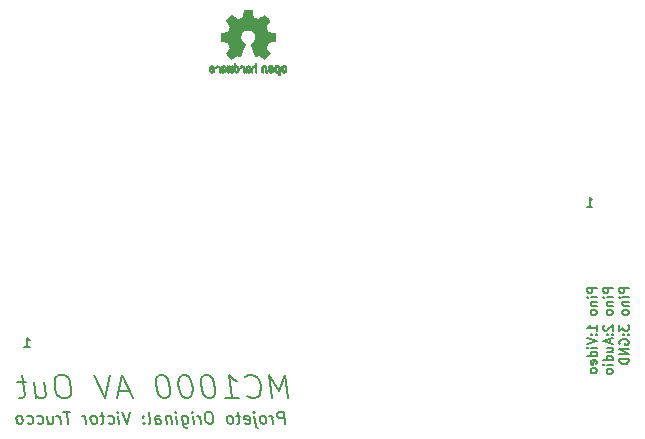
<source format=gbr>
G04 #@! TF.GenerationSoftware,KiCad,Pcbnew,(5.1.6)-1*
G04 #@! TF.CreationDate,2020-08-07T18:30:50-03:00*
G04 #@! TF.ProjectId,av-mc1000,61762d6d-6331-4303-9030-2e6b69636164,rev?*
G04 #@! TF.SameCoordinates,Original*
G04 #@! TF.FileFunction,Legend,Bot*
G04 #@! TF.FilePolarity,Positive*
%FSLAX46Y46*%
G04 Gerber Fmt 4.6, Leading zero omitted, Abs format (unit mm)*
G04 Created by KiCad (PCBNEW (5.1.6)-1) date 2020-08-07 18:30:50*
%MOMM*%
%LPD*%
G01*
G04 APERTURE LIST*
%ADD10C,0.150000*%
%ADD11C,0.200000*%
%ADD12C,0.010000*%
G04 APERTURE END LIST*
D10*
X114938318Y-124988580D02*
X114813318Y-123988580D01*
X114432366Y-123988580D01*
X114343080Y-124036200D01*
X114301413Y-124083819D01*
X114265699Y-124179057D01*
X114283556Y-124321914D01*
X114343080Y-124417152D01*
X114396651Y-124464771D01*
X114497842Y-124512390D01*
X114878794Y-124512390D01*
X113938318Y-124988580D02*
X113854985Y-124321914D01*
X113878794Y-124512390D02*
X113819270Y-124417152D01*
X113765699Y-124369533D01*
X113664508Y-124321914D01*
X113569270Y-124321914D01*
X113176413Y-124988580D02*
X113265699Y-124940961D01*
X113307366Y-124893342D01*
X113343080Y-124798104D01*
X113307366Y-124512390D01*
X113247842Y-124417152D01*
X113194270Y-124369533D01*
X113093080Y-124321914D01*
X112950223Y-124321914D01*
X112860937Y-124369533D01*
X112819270Y-124417152D01*
X112783556Y-124512390D01*
X112819270Y-124798104D01*
X112878794Y-124893342D01*
X112932366Y-124940961D01*
X113033556Y-124988580D01*
X113176413Y-124988580D01*
X112331175Y-124321914D02*
X112438318Y-125179057D01*
X112497842Y-125274295D01*
X112599032Y-125321914D01*
X112646651Y-125321914D01*
X112289508Y-123988580D02*
X112343080Y-124036200D01*
X112301413Y-124083819D01*
X112247842Y-124036200D01*
X112289508Y-123988580D01*
X112301413Y-124083819D01*
X111551413Y-124940961D02*
X111652604Y-124988580D01*
X111843080Y-124988580D01*
X111932366Y-124940961D01*
X111968080Y-124845723D01*
X111920461Y-124464771D01*
X111860937Y-124369533D01*
X111759747Y-124321914D01*
X111569270Y-124321914D01*
X111479985Y-124369533D01*
X111444270Y-124464771D01*
X111456175Y-124560009D01*
X111944270Y-124655247D01*
X111140699Y-124321914D02*
X110759747Y-124321914D01*
X110956175Y-123988580D02*
X111063318Y-124845723D01*
X111027604Y-124940961D01*
X110938318Y-124988580D01*
X110843080Y-124988580D01*
X110366889Y-124988580D02*
X110456175Y-124940961D01*
X110497842Y-124893342D01*
X110533556Y-124798104D01*
X110497842Y-124512390D01*
X110438318Y-124417152D01*
X110384747Y-124369533D01*
X110283556Y-124321914D01*
X110140699Y-124321914D01*
X110051413Y-124369533D01*
X110009747Y-124417152D01*
X109974032Y-124512390D01*
X110009747Y-124798104D01*
X110069270Y-124893342D01*
X110122842Y-124940961D01*
X110224032Y-124988580D01*
X110366889Y-124988580D01*
X108527604Y-123988580D02*
X108337127Y-123988580D01*
X108247842Y-124036200D01*
X108164508Y-124131438D01*
X108140699Y-124321914D01*
X108182366Y-124655247D01*
X108253794Y-124845723D01*
X108360937Y-124940961D01*
X108462127Y-124988580D01*
X108652604Y-124988580D01*
X108741889Y-124940961D01*
X108825223Y-124845723D01*
X108849032Y-124655247D01*
X108807366Y-124321914D01*
X108735937Y-124131438D01*
X108628794Y-124036200D01*
X108527604Y-123988580D01*
X107795461Y-124988580D02*
X107712127Y-124321914D01*
X107735937Y-124512390D02*
X107676413Y-124417152D01*
X107622842Y-124369533D01*
X107521651Y-124321914D01*
X107426413Y-124321914D01*
X107176413Y-124988580D02*
X107093080Y-124321914D01*
X107051413Y-123988580D02*
X107104985Y-124036200D01*
X107063318Y-124083819D01*
X107009747Y-124036200D01*
X107051413Y-123988580D01*
X107063318Y-124083819D01*
X106188318Y-124321914D02*
X106289508Y-125131438D01*
X106349032Y-125226676D01*
X106402604Y-125274295D01*
X106503794Y-125321914D01*
X106646651Y-125321914D01*
X106735937Y-125274295D01*
X106265699Y-124940961D02*
X106366889Y-124988580D01*
X106557366Y-124988580D01*
X106646651Y-124940961D01*
X106688318Y-124893342D01*
X106724032Y-124798104D01*
X106688318Y-124512390D01*
X106628794Y-124417152D01*
X106575223Y-124369533D01*
X106474032Y-124321914D01*
X106283556Y-124321914D01*
X106194270Y-124369533D01*
X105795461Y-124988580D02*
X105712127Y-124321914D01*
X105670461Y-123988580D02*
X105724032Y-124036200D01*
X105682366Y-124083819D01*
X105628794Y-124036200D01*
X105670461Y-123988580D01*
X105682366Y-124083819D01*
X105235937Y-124321914D02*
X105319270Y-124988580D01*
X105247842Y-124417152D02*
X105194270Y-124369533D01*
X105093080Y-124321914D01*
X104950223Y-124321914D01*
X104860937Y-124369533D01*
X104825223Y-124464771D01*
X104890699Y-124988580D01*
X103985937Y-124988580D02*
X103920461Y-124464771D01*
X103956175Y-124369533D01*
X104045461Y-124321914D01*
X104235937Y-124321914D01*
X104337127Y-124369533D01*
X103979985Y-124940961D02*
X104081175Y-124988580D01*
X104319270Y-124988580D01*
X104408556Y-124940961D01*
X104444270Y-124845723D01*
X104432366Y-124750485D01*
X104372842Y-124655247D01*
X104271651Y-124607628D01*
X104033556Y-124607628D01*
X103932366Y-124560009D01*
X103366889Y-124988580D02*
X103456175Y-124940961D01*
X103491889Y-124845723D01*
X103384747Y-123988580D01*
X102974032Y-124893342D02*
X102932366Y-124940961D01*
X102985937Y-124988580D01*
X103027604Y-124940961D01*
X102974032Y-124893342D01*
X102985937Y-124988580D01*
X102908556Y-124369533D02*
X102866889Y-124417152D01*
X102920461Y-124464771D01*
X102962127Y-124417152D01*
X102908556Y-124369533D01*
X102920461Y-124464771D01*
X101765699Y-123988580D02*
X101557366Y-124988580D01*
X101099032Y-123988580D01*
X100890699Y-124988580D02*
X100807366Y-124321914D01*
X100765699Y-123988580D02*
X100819270Y-124036200D01*
X100777604Y-124083819D01*
X100724032Y-124036200D01*
X100765699Y-123988580D01*
X100777604Y-124083819D01*
X99979985Y-124940961D02*
X100081175Y-124988580D01*
X100271651Y-124988580D01*
X100360937Y-124940961D01*
X100402604Y-124893342D01*
X100438318Y-124798104D01*
X100402604Y-124512390D01*
X100343080Y-124417152D01*
X100289508Y-124369533D01*
X100188318Y-124321914D01*
X99997842Y-124321914D01*
X99908556Y-124369533D01*
X99616889Y-124321914D02*
X99235937Y-124321914D01*
X99432366Y-123988580D02*
X99539508Y-124845723D01*
X99503794Y-124940961D01*
X99414508Y-124988580D01*
X99319270Y-124988580D01*
X98843080Y-124988580D02*
X98932366Y-124940961D01*
X98974032Y-124893342D01*
X99009747Y-124798104D01*
X98974032Y-124512390D01*
X98914508Y-124417152D01*
X98860937Y-124369533D01*
X98759747Y-124321914D01*
X98616889Y-124321914D01*
X98527604Y-124369533D01*
X98485937Y-124417152D01*
X98450223Y-124512390D01*
X98485937Y-124798104D01*
X98545461Y-124893342D01*
X98599032Y-124940961D01*
X98700223Y-124988580D01*
X98843080Y-124988580D01*
X98081175Y-124988580D02*
X97997842Y-124321914D01*
X98021651Y-124512390D02*
X97962127Y-124417152D01*
X97908556Y-124369533D01*
X97807366Y-124321914D01*
X97712127Y-124321914D01*
X96718080Y-123988580D02*
X96146651Y-123988580D01*
X96557366Y-124988580D02*
X96432366Y-123988580D01*
X95938318Y-124988580D02*
X95854985Y-124321914D01*
X95878794Y-124512390D02*
X95819270Y-124417152D01*
X95765699Y-124369533D01*
X95664508Y-124321914D01*
X95569270Y-124321914D01*
X94807366Y-124321914D02*
X94890699Y-124988580D01*
X95235937Y-124321914D02*
X95301413Y-124845723D01*
X95265699Y-124940961D01*
X95176413Y-124988580D01*
X95033556Y-124988580D01*
X94932366Y-124940961D01*
X94878794Y-124893342D01*
X93979985Y-124940961D02*
X94081175Y-124988580D01*
X94271651Y-124988580D01*
X94360937Y-124940961D01*
X94402604Y-124893342D01*
X94438318Y-124798104D01*
X94402604Y-124512390D01*
X94343080Y-124417152D01*
X94289508Y-124369533D01*
X94188318Y-124321914D01*
X93997842Y-124321914D01*
X93908556Y-124369533D01*
X93122842Y-124940961D02*
X93224032Y-124988580D01*
X93414508Y-124988580D01*
X93503794Y-124940961D01*
X93545461Y-124893342D01*
X93581175Y-124798104D01*
X93545461Y-124512390D01*
X93485937Y-124417152D01*
X93432366Y-124369533D01*
X93331175Y-124321914D01*
X93140699Y-124321914D01*
X93051413Y-124369533D01*
X92557366Y-124988580D02*
X92646651Y-124940961D01*
X92688318Y-124893342D01*
X92724032Y-124798104D01*
X92688318Y-124512390D01*
X92628794Y-124417152D01*
X92575223Y-124369533D01*
X92474032Y-124321914D01*
X92331175Y-124321914D01*
X92241889Y-124369533D01*
X92200223Y-124417152D01*
X92164508Y-124512390D01*
X92200223Y-124798104D01*
X92259747Y-124893342D01*
X92313318Y-124940961D01*
X92414508Y-124988580D01*
X92557366Y-124988580D01*
X141324752Y-113470376D02*
X140524752Y-113470376D01*
X140524752Y-113775138D01*
X140562848Y-113851328D01*
X140600943Y-113889423D01*
X140677133Y-113927519D01*
X140791419Y-113927519D01*
X140867609Y-113889423D01*
X140905705Y-113851328D01*
X140943800Y-113775138D01*
X140943800Y-113470376D01*
X141324752Y-114270376D02*
X140791419Y-114270376D01*
X140524752Y-114270376D02*
X140562848Y-114232280D01*
X140600943Y-114270376D01*
X140562848Y-114308471D01*
X140524752Y-114270376D01*
X140600943Y-114270376D01*
X140791419Y-114651328D02*
X141324752Y-114651328D01*
X140867609Y-114651328D02*
X140829514Y-114689423D01*
X140791419Y-114765614D01*
X140791419Y-114879900D01*
X140829514Y-114956090D01*
X140905705Y-114994185D01*
X141324752Y-114994185D01*
X141324752Y-115489423D02*
X141286657Y-115413233D01*
X141248562Y-115375138D01*
X141172371Y-115337042D01*
X140943800Y-115337042D01*
X140867609Y-115375138D01*
X140829514Y-115413233D01*
X140791419Y-115489423D01*
X140791419Y-115603709D01*
X140829514Y-115679900D01*
X140867609Y-115717995D01*
X140943800Y-115756090D01*
X141172371Y-115756090D01*
X141248562Y-115717995D01*
X141286657Y-115679900D01*
X141324752Y-115603709D01*
X141324752Y-115489423D01*
X141324752Y-117127519D02*
X141324752Y-116670376D01*
X141324752Y-116898947D02*
X140524752Y-116898947D01*
X140639038Y-116822757D01*
X140715228Y-116746566D01*
X140753324Y-116670376D01*
X141248562Y-117470376D02*
X141286657Y-117508471D01*
X141324752Y-117470376D01*
X141286657Y-117432280D01*
X141248562Y-117470376D01*
X141324752Y-117470376D01*
X140829514Y-117470376D02*
X140867609Y-117508471D01*
X140905705Y-117470376D01*
X140867609Y-117432280D01*
X140829514Y-117470376D01*
X140905705Y-117470376D01*
X140524752Y-117737042D02*
X141324752Y-118003709D01*
X140524752Y-118270376D01*
X141324752Y-118537042D02*
X140791419Y-118537042D01*
X140524752Y-118537042D02*
X140562848Y-118498947D01*
X140600943Y-118537042D01*
X140562848Y-118575138D01*
X140524752Y-118537042D01*
X140600943Y-118537042D01*
X141324752Y-119260852D02*
X140524752Y-119260852D01*
X141286657Y-119260852D02*
X141324752Y-119184661D01*
X141324752Y-119032280D01*
X141286657Y-118956090D01*
X141248562Y-118917995D01*
X141172371Y-118879900D01*
X140943800Y-118879900D01*
X140867609Y-118917995D01*
X140829514Y-118956090D01*
X140791419Y-119032280D01*
X140791419Y-119184661D01*
X140829514Y-119260852D01*
X141286657Y-119946566D02*
X141324752Y-119870376D01*
X141324752Y-119717995D01*
X141286657Y-119641804D01*
X141210467Y-119603709D01*
X140905705Y-119603709D01*
X140829514Y-119641804D01*
X140791419Y-119717995D01*
X140791419Y-119870376D01*
X140829514Y-119946566D01*
X140905705Y-119984661D01*
X140981895Y-119984661D01*
X141058086Y-119603709D01*
X141324752Y-120441804D02*
X141286657Y-120365614D01*
X141248562Y-120327519D01*
X141172371Y-120289423D01*
X140943800Y-120289423D01*
X140867609Y-120327519D01*
X140829514Y-120365614D01*
X140791419Y-120441804D01*
X140791419Y-120556090D01*
X140829514Y-120632280D01*
X140867609Y-120670376D01*
X140943800Y-120708471D01*
X141172371Y-120708471D01*
X141248562Y-120670376D01*
X141286657Y-120632280D01*
X141324752Y-120556090D01*
X141324752Y-120441804D01*
X142674752Y-113470376D02*
X141874752Y-113470376D01*
X141874752Y-113775138D01*
X141912848Y-113851328D01*
X141950943Y-113889423D01*
X142027133Y-113927519D01*
X142141419Y-113927519D01*
X142217609Y-113889423D01*
X142255705Y-113851328D01*
X142293800Y-113775138D01*
X142293800Y-113470376D01*
X142674752Y-114270376D02*
X142141419Y-114270376D01*
X141874752Y-114270376D02*
X141912848Y-114232280D01*
X141950943Y-114270376D01*
X141912848Y-114308471D01*
X141874752Y-114270376D01*
X141950943Y-114270376D01*
X142141419Y-114651328D02*
X142674752Y-114651328D01*
X142217609Y-114651328D02*
X142179514Y-114689423D01*
X142141419Y-114765614D01*
X142141419Y-114879900D01*
X142179514Y-114956090D01*
X142255705Y-114994185D01*
X142674752Y-114994185D01*
X142674752Y-115489423D02*
X142636657Y-115413233D01*
X142598562Y-115375138D01*
X142522371Y-115337042D01*
X142293800Y-115337042D01*
X142217609Y-115375138D01*
X142179514Y-115413233D01*
X142141419Y-115489423D01*
X142141419Y-115603709D01*
X142179514Y-115679900D01*
X142217609Y-115717995D01*
X142293800Y-115756090D01*
X142522371Y-115756090D01*
X142598562Y-115717995D01*
X142636657Y-115679900D01*
X142674752Y-115603709D01*
X142674752Y-115489423D01*
X141950943Y-116670376D02*
X141912848Y-116708471D01*
X141874752Y-116784661D01*
X141874752Y-116975138D01*
X141912848Y-117051328D01*
X141950943Y-117089423D01*
X142027133Y-117127519D01*
X142103324Y-117127519D01*
X142217609Y-117089423D01*
X142674752Y-116632280D01*
X142674752Y-117127519D01*
X142598562Y-117470376D02*
X142636657Y-117508471D01*
X142674752Y-117470376D01*
X142636657Y-117432280D01*
X142598562Y-117470376D01*
X142674752Y-117470376D01*
X142179514Y-117470376D02*
X142217609Y-117508471D01*
X142255705Y-117470376D01*
X142217609Y-117432280D01*
X142179514Y-117470376D01*
X142255705Y-117470376D01*
X142446181Y-117813233D02*
X142446181Y-118194185D01*
X142674752Y-117737042D02*
X141874752Y-118003709D01*
X142674752Y-118270376D01*
X142141419Y-118879900D02*
X142674752Y-118879900D01*
X142141419Y-118537042D02*
X142560467Y-118537042D01*
X142636657Y-118575138D01*
X142674752Y-118651328D01*
X142674752Y-118765614D01*
X142636657Y-118841804D01*
X142598562Y-118879900D01*
X142674752Y-119603709D02*
X141874752Y-119603709D01*
X142636657Y-119603709D02*
X142674752Y-119527519D01*
X142674752Y-119375138D01*
X142636657Y-119298947D01*
X142598562Y-119260852D01*
X142522371Y-119222757D01*
X142293800Y-119222757D01*
X142217609Y-119260852D01*
X142179514Y-119298947D01*
X142141419Y-119375138D01*
X142141419Y-119527519D01*
X142179514Y-119603709D01*
X142674752Y-119984661D02*
X142141419Y-119984661D01*
X141874752Y-119984661D02*
X141912848Y-119946566D01*
X141950943Y-119984661D01*
X141912848Y-120022757D01*
X141874752Y-119984661D01*
X141950943Y-119984661D01*
X142674752Y-120479900D02*
X142636657Y-120403709D01*
X142598562Y-120365614D01*
X142522371Y-120327519D01*
X142293800Y-120327519D01*
X142217609Y-120365614D01*
X142179514Y-120403709D01*
X142141419Y-120479900D01*
X142141419Y-120594185D01*
X142179514Y-120670376D01*
X142217609Y-120708471D01*
X142293800Y-120746566D01*
X142522371Y-120746566D01*
X142598562Y-120708471D01*
X142636657Y-120670376D01*
X142674752Y-120594185D01*
X142674752Y-120479900D01*
X144024752Y-113470376D02*
X143224752Y-113470376D01*
X143224752Y-113775138D01*
X143262848Y-113851328D01*
X143300943Y-113889423D01*
X143377133Y-113927519D01*
X143491419Y-113927519D01*
X143567609Y-113889423D01*
X143605705Y-113851328D01*
X143643800Y-113775138D01*
X143643800Y-113470376D01*
X144024752Y-114270376D02*
X143491419Y-114270376D01*
X143224752Y-114270376D02*
X143262848Y-114232280D01*
X143300943Y-114270376D01*
X143262848Y-114308471D01*
X143224752Y-114270376D01*
X143300943Y-114270376D01*
X143491419Y-114651328D02*
X144024752Y-114651328D01*
X143567609Y-114651328D02*
X143529514Y-114689423D01*
X143491419Y-114765614D01*
X143491419Y-114879900D01*
X143529514Y-114956090D01*
X143605705Y-114994185D01*
X144024752Y-114994185D01*
X144024752Y-115489423D02*
X143986657Y-115413233D01*
X143948562Y-115375138D01*
X143872371Y-115337042D01*
X143643800Y-115337042D01*
X143567609Y-115375138D01*
X143529514Y-115413233D01*
X143491419Y-115489423D01*
X143491419Y-115603709D01*
X143529514Y-115679900D01*
X143567609Y-115717995D01*
X143643800Y-115756090D01*
X143872371Y-115756090D01*
X143948562Y-115717995D01*
X143986657Y-115679900D01*
X144024752Y-115603709D01*
X144024752Y-115489423D01*
X143224752Y-116632280D02*
X143224752Y-117127519D01*
X143529514Y-116860852D01*
X143529514Y-116975138D01*
X143567609Y-117051328D01*
X143605705Y-117089423D01*
X143681895Y-117127519D01*
X143872371Y-117127519D01*
X143948562Y-117089423D01*
X143986657Y-117051328D01*
X144024752Y-116975138D01*
X144024752Y-116746566D01*
X143986657Y-116670376D01*
X143948562Y-116632280D01*
X143948562Y-117470376D02*
X143986657Y-117508471D01*
X144024752Y-117470376D01*
X143986657Y-117432280D01*
X143948562Y-117470376D01*
X144024752Y-117470376D01*
X143529514Y-117470376D02*
X143567609Y-117508471D01*
X143605705Y-117470376D01*
X143567609Y-117432280D01*
X143529514Y-117470376D01*
X143605705Y-117470376D01*
X143262848Y-118270376D02*
X143224752Y-118194185D01*
X143224752Y-118079900D01*
X143262848Y-117965614D01*
X143339038Y-117889423D01*
X143415228Y-117851328D01*
X143567609Y-117813233D01*
X143681895Y-117813233D01*
X143834276Y-117851328D01*
X143910467Y-117889423D01*
X143986657Y-117965614D01*
X144024752Y-118079900D01*
X144024752Y-118156090D01*
X143986657Y-118270376D01*
X143948562Y-118308471D01*
X143681895Y-118308471D01*
X143681895Y-118156090D01*
X144024752Y-118651328D02*
X143224752Y-118651328D01*
X144024752Y-119108471D01*
X143224752Y-119108471D01*
X144024752Y-119489423D02*
X143224752Y-119489423D01*
X143224752Y-119679900D01*
X143262848Y-119794185D01*
X143339038Y-119870376D01*
X143415228Y-119908471D01*
X143567609Y-119946566D01*
X143681895Y-119946566D01*
X143834276Y-119908471D01*
X143910467Y-119870376D01*
X143986657Y-119794185D01*
X144024752Y-119679900D01*
X144024752Y-119489423D01*
X140487428Y-106610104D02*
X140944571Y-106610104D01*
X140716000Y-106610104D02*
X140716000Y-105810104D01*
X140792190Y-105924390D01*
X140868380Y-106000580D01*
X140944571Y-106038676D01*
X92862428Y-118497304D02*
X93319571Y-118497304D01*
X93091000Y-118497304D02*
X93091000Y-117697304D01*
X93167190Y-117811590D01*
X93243380Y-117887780D01*
X93319571Y-117925876D01*
D11*
X115188940Y-122824761D02*
X114938940Y-120824761D01*
X114450845Y-122253333D01*
X113605607Y-120824761D01*
X113855607Y-122824761D01*
X111736559Y-122634285D02*
X111843702Y-122729523D01*
X112141321Y-122824761D01*
X112331797Y-122824761D01*
X112605607Y-122729523D01*
X112772273Y-122539047D01*
X112843702Y-122348571D01*
X112891321Y-121967619D01*
X112855607Y-121681904D01*
X112712750Y-121300952D01*
X112593702Y-121110476D01*
X112379416Y-120920000D01*
X112081797Y-120824761D01*
X111891321Y-120824761D01*
X111617511Y-120920000D01*
X111534178Y-121015238D01*
X109855607Y-122824761D02*
X110998464Y-122824761D01*
X110427035Y-122824761D02*
X110177035Y-120824761D01*
X110403226Y-121110476D01*
X110617511Y-121300952D01*
X110819892Y-121396190D01*
X108367511Y-120824761D02*
X108177035Y-120824761D01*
X107998464Y-120920000D01*
X107915130Y-121015238D01*
X107843702Y-121205714D01*
X107796083Y-121586666D01*
X107855607Y-122062857D01*
X107998464Y-122443809D01*
X108117511Y-122634285D01*
X108224654Y-122729523D01*
X108427035Y-122824761D01*
X108617511Y-122824761D01*
X108796083Y-122729523D01*
X108879416Y-122634285D01*
X108950845Y-122443809D01*
X108998464Y-122062857D01*
X108938940Y-121586666D01*
X108796083Y-121205714D01*
X108677035Y-121015238D01*
X108569892Y-120920000D01*
X108367511Y-120824761D01*
X106462750Y-120824761D02*
X106272273Y-120824761D01*
X106093702Y-120920000D01*
X106010369Y-121015238D01*
X105938940Y-121205714D01*
X105891321Y-121586666D01*
X105950845Y-122062857D01*
X106093702Y-122443809D01*
X106212750Y-122634285D01*
X106319892Y-122729523D01*
X106522273Y-122824761D01*
X106712750Y-122824761D01*
X106891321Y-122729523D01*
X106974654Y-122634285D01*
X107046083Y-122443809D01*
X107093702Y-122062857D01*
X107034178Y-121586666D01*
X106891321Y-121205714D01*
X106772273Y-121015238D01*
X106665130Y-120920000D01*
X106462750Y-120824761D01*
X104557988Y-120824761D02*
X104367511Y-120824761D01*
X104188940Y-120920000D01*
X104105607Y-121015238D01*
X104034178Y-121205714D01*
X103986559Y-121586666D01*
X104046083Y-122062857D01*
X104188940Y-122443809D01*
X104307988Y-122634285D01*
X104415130Y-122729523D01*
X104617511Y-122824761D01*
X104807988Y-122824761D01*
X104986559Y-122729523D01*
X105069892Y-122634285D01*
X105141321Y-122443809D01*
X105188940Y-122062857D01*
X105129416Y-121586666D01*
X104986559Y-121205714D01*
X104867511Y-121015238D01*
X104760369Y-120920000D01*
X104557988Y-120824761D01*
X101784178Y-122253333D02*
X100831797Y-122253333D01*
X102046083Y-122824761D02*
X101129416Y-120824761D01*
X100712750Y-122824761D01*
X100081797Y-120824761D02*
X99665130Y-122824761D01*
X98748464Y-120824761D01*
X96177035Y-120824761D02*
X95796083Y-120824761D01*
X95617511Y-120920000D01*
X95450845Y-121110476D01*
X95403226Y-121491428D01*
X95486559Y-122158095D01*
X95629416Y-122539047D01*
X95843702Y-122729523D01*
X96046083Y-122824761D01*
X96427035Y-122824761D01*
X96605607Y-122729523D01*
X96772273Y-122539047D01*
X96819892Y-122158095D01*
X96736559Y-121491428D01*
X96593702Y-121110476D01*
X96379416Y-120920000D01*
X96177035Y-120824761D01*
X93688940Y-121491428D02*
X93855607Y-122824761D01*
X94546083Y-121491428D02*
X94677035Y-122539047D01*
X94605607Y-122729523D01*
X94427035Y-122824761D01*
X94141321Y-122824761D01*
X93938940Y-122729523D01*
X93831797Y-122634285D01*
X93022273Y-121491428D02*
X92260369Y-121491428D01*
X92653226Y-120824761D02*
X92867511Y-122539047D01*
X92796083Y-122729523D01*
X92617511Y-122824761D01*
X92427035Y-122824761D01*
D12*
G36*
X111656090Y-89952348D02*
G01*
X111577546Y-89952778D01*
X111520702Y-89953942D01*
X111481895Y-89956207D01*
X111457462Y-89959940D01*
X111443738Y-89965506D01*
X111437060Y-89973273D01*
X111433764Y-89983605D01*
X111433444Y-89984943D01*
X111428438Y-90009079D01*
X111419171Y-90056701D01*
X111406608Y-90122741D01*
X111391713Y-90202128D01*
X111375449Y-90289796D01*
X111374881Y-90292875D01*
X111358590Y-90378789D01*
X111343348Y-90454696D01*
X111330139Y-90516045D01*
X111319946Y-90558282D01*
X111313752Y-90576855D01*
X111313457Y-90577184D01*
X111295212Y-90586253D01*
X111257595Y-90601367D01*
X111208729Y-90619262D01*
X111208457Y-90619358D01*
X111146907Y-90642493D01*
X111074343Y-90671965D01*
X111005943Y-90701597D01*
X111002706Y-90703062D01*
X110891298Y-90753626D01*
X110644601Y-90585160D01*
X110568923Y-90533803D01*
X110500369Y-90487889D01*
X110442912Y-90450030D01*
X110400524Y-90422837D01*
X110377175Y-90408921D01*
X110374958Y-90407889D01*
X110357990Y-90412484D01*
X110326299Y-90434655D01*
X110278648Y-90475447D01*
X110213802Y-90535905D01*
X110147603Y-90600227D01*
X110083786Y-90663612D01*
X110026671Y-90721451D01*
X109979695Y-90770175D01*
X109946297Y-90806210D01*
X109929915Y-90825984D01*
X109929306Y-90827002D01*
X109927495Y-90840572D01*
X109934317Y-90862733D01*
X109951460Y-90896478D01*
X109980607Y-90944800D01*
X110023445Y-91010692D01*
X110080552Y-91095517D01*
X110131234Y-91170177D01*
X110176539Y-91237140D01*
X110213850Y-91292516D01*
X110240548Y-91332420D01*
X110254015Y-91352962D01*
X110254863Y-91354356D01*
X110253219Y-91374038D01*
X110240755Y-91412293D01*
X110219952Y-91461889D01*
X110212538Y-91477728D01*
X110180186Y-91548290D01*
X110145672Y-91628353D01*
X110117635Y-91697629D01*
X110097432Y-91749045D01*
X110081385Y-91788119D01*
X110072112Y-91808541D01*
X110070959Y-91810114D01*
X110053904Y-91812721D01*
X110013702Y-91819863D01*
X109955698Y-91830523D01*
X109885237Y-91843685D01*
X109807665Y-91858333D01*
X109728328Y-91873449D01*
X109652569Y-91888018D01*
X109585736Y-91901022D01*
X109533172Y-91911445D01*
X109500224Y-91918270D01*
X109492143Y-91920199D01*
X109483795Y-91924962D01*
X109477494Y-91935718D01*
X109472955Y-91956098D01*
X109469896Y-91989734D01*
X109468033Y-92040255D01*
X109467082Y-92111292D01*
X109466760Y-92206476D01*
X109466743Y-92245492D01*
X109466743Y-92562799D01*
X109542943Y-92577839D01*
X109585337Y-92585995D01*
X109648600Y-92597899D01*
X109725038Y-92612116D01*
X109806957Y-92627210D01*
X109829600Y-92631355D01*
X109905194Y-92646053D01*
X109971047Y-92660505D01*
X110021634Y-92673375D01*
X110051426Y-92683322D01*
X110056388Y-92686287D01*
X110068574Y-92707283D01*
X110086047Y-92747967D01*
X110105423Y-92800322D01*
X110109266Y-92811600D01*
X110134661Y-92881523D01*
X110166183Y-92960418D01*
X110197031Y-93031266D01*
X110197183Y-93031595D01*
X110248553Y-93142733D01*
X110079601Y-93391253D01*
X109910648Y-93639772D01*
X110127571Y-93857058D01*
X110193181Y-93921726D01*
X110253021Y-93978733D01*
X110303733Y-94025033D01*
X110341954Y-94057584D01*
X110364325Y-94073343D01*
X110367534Y-94074343D01*
X110386374Y-94066469D01*
X110424820Y-94044578D01*
X110478670Y-94011267D01*
X110543724Y-93969131D01*
X110614060Y-93921943D01*
X110685445Y-93873810D01*
X110749092Y-93831928D01*
X110800959Y-93798871D01*
X110837005Y-93777218D01*
X110853133Y-93769543D01*
X110872811Y-93776037D01*
X110910125Y-93793150D01*
X110957379Y-93817326D01*
X110962388Y-93820013D01*
X111026023Y-93851927D01*
X111069659Y-93867579D01*
X111096798Y-93867745D01*
X111110943Y-93853204D01*
X111111025Y-93853000D01*
X111118095Y-93835779D01*
X111134958Y-93794899D01*
X111160305Y-93733525D01*
X111192829Y-93654819D01*
X111231222Y-93561947D01*
X111274178Y-93458072D01*
X111315778Y-93357502D01*
X111361496Y-93246516D01*
X111403474Y-93143703D01*
X111440452Y-93052215D01*
X111471173Y-92975201D01*
X111494378Y-92915815D01*
X111508810Y-92877209D01*
X111513257Y-92862800D01*
X111502104Y-92846272D01*
X111472931Y-92819930D01*
X111434029Y-92790887D01*
X111323243Y-92699039D01*
X111236649Y-92593759D01*
X111175284Y-92477266D01*
X111140185Y-92351776D01*
X111132392Y-92219507D01*
X111138057Y-92158457D01*
X111168922Y-92031795D01*
X111222080Y-91919941D01*
X111294233Y-91824001D01*
X111382083Y-91745076D01*
X111482335Y-91684270D01*
X111591690Y-91642687D01*
X111706853Y-91621428D01*
X111824525Y-91621599D01*
X111941410Y-91644301D01*
X112054211Y-91690638D01*
X112159631Y-91761713D01*
X112203632Y-91801911D01*
X112288021Y-91905129D01*
X112346778Y-92017925D01*
X112380296Y-92137010D01*
X112388965Y-92259095D01*
X112373177Y-92380893D01*
X112333322Y-92499116D01*
X112269793Y-92610475D01*
X112182979Y-92711684D01*
X112085971Y-92790887D01*
X112045563Y-92821162D01*
X112017018Y-92847219D01*
X112006743Y-92862825D01*
X112012123Y-92879843D01*
X112027425Y-92920500D01*
X112051388Y-92981642D01*
X112082756Y-93060119D01*
X112120268Y-93152780D01*
X112162667Y-93256472D01*
X112204337Y-93357526D01*
X112250310Y-93468607D01*
X112292893Y-93571541D01*
X112330779Y-93663165D01*
X112362660Y-93740316D01*
X112387229Y-93799831D01*
X112403180Y-93838544D01*
X112409090Y-93853000D01*
X112423052Y-93867685D01*
X112450060Y-93867642D01*
X112493587Y-93852099D01*
X112557110Y-93820284D01*
X112557612Y-93820013D01*
X112605440Y-93795323D01*
X112644103Y-93777338D01*
X112665905Y-93769614D01*
X112666867Y-93769543D01*
X112683279Y-93777378D01*
X112719513Y-93799165D01*
X112771526Y-93832328D01*
X112835275Y-93874291D01*
X112905940Y-93921943D01*
X112977884Y-93970191D01*
X113042726Y-94012151D01*
X113096265Y-94045227D01*
X113134303Y-94066821D01*
X113152467Y-94074343D01*
X113169192Y-94064457D01*
X113202820Y-94036826D01*
X113249990Y-93994495D01*
X113307342Y-93940505D01*
X113371516Y-93877899D01*
X113392503Y-93856983D01*
X113609501Y-93639623D01*
X113444332Y-93397220D01*
X113394136Y-93322781D01*
X113350081Y-93255972D01*
X113314638Y-93200665D01*
X113290281Y-93160729D01*
X113279478Y-93140036D01*
X113279162Y-93138563D01*
X113284857Y-93119058D01*
X113300174Y-93079822D01*
X113322463Y-93027430D01*
X113338107Y-92992355D01*
X113367359Y-92925201D01*
X113394906Y-92857358D01*
X113416263Y-92800034D01*
X113422065Y-92782572D01*
X113438548Y-92735938D01*
X113454660Y-92699905D01*
X113463510Y-92686287D01*
X113483040Y-92677952D01*
X113525666Y-92666137D01*
X113585855Y-92652181D01*
X113658078Y-92637422D01*
X113690400Y-92631355D01*
X113772478Y-92616273D01*
X113851205Y-92601669D01*
X113918891Y-92588980D01*
X113967840Y-92579642D01*
X113977057Y-92577839D01*
X114053257Y-92562799D01*
X114053257Y-92245492D01*
X114053086Y-92141154D01*
X114052384Y-92062213D01*
X114050866Y-92005038D01*
X114048251Y-91965999D01*
X114044254Y-91941465D01*
X114038591Y-91927805D01*
X114030980Y-91921389D01*
X114027857Y-91920199D01*
X114009022Y-91915980D01*
X113967412Y-91907562D01*
X113908370Y-91895961D01*
X113837243Y-91882195D01*
X113759375Y-91867280D01*
X113680113Y-91852232D01*
X113604802Y-91838069D01*
X113538787Y-91825806D01*
X113487413Y-91816461D01*
X113456025Y-91811050D01*
X113449041Y-91810114D01*
X113442715Y-91797596D01*
X113428710Y-91764246D01*
X113409645Y-91716377D01*
X113402366Y-91697629D01*
X113373004Y-91625195D01*
X113338429Y-91545170D01*
X113307463Y-91477728D01*
X113284677Y-91426159D01*
X113269518Y-91383785D01*
X113264458Y-91357834D01*
X113265264Y-91354356D01*
X113275959Y-91337936D01*
X113300380Y-91301417D01*
X113335905Y-91248687D01*
X113379913Y-91183635D01*
X113429783Y-91110151D01*
X113439644Y-91095645D01*
X113497508Y-91009704D01*
X113540044Y-90944261D01*
X113568946Y-90896304D01*
X113585910Y-90862820D01*
X113592633Y-90840795D01*
X113590810Y-90827217D01*
X113590764Y-90827131D01*
X113576414Y-90809297D01*
X113544677Y-90774817D01*
X113498990Y-90727268D01*
X113442796Y-90670222D01*
X113379532Y-90607255D01*
X113372398Y-90600227D01*
X113292670Y-90523020D01*
X113231143Y-90466330D01*
X113186579Y-90429110D01*
X113157743Y-90410315D01*
X113145042Y-90407889D01*
X113126506Y-90418471D01*
X113088039Y-90442916D01*
X113033614Y-90478612D01*
X112967202Y-90522947D01*
X112892775Y-90573311D01*
X112875399Y-90585160D01*
X112628703Y-90753626D01*
X112517294Y-90703062D01*
X112449543Y-90673595D01*
X112376817Y-90643959D01*
X112314297Y-90620330D01*
X112311543Y-90619358D01*
X112262640Y-90601457D01*
X112224943Y-90586320D01*
X112206575Y-90577210D01*
X112206544Y-90577184D01*
X112200715Y-90560717D01*
X112190808Y-90520219D01*
X112177805Y-90460242D01*
X112162691Y-90385340D01*
X112146448Y-90300064D01*
X112145119Y-90292875D01*
X112128825Y-90205014D01*
X112113867Y-90125260D01*
X112101209Y-90058681D01*
X112091814Y-90010347D01*
X112086646Y-89985325D01*
X112086556Y-89984943D01*
X112083411Y-89974299D01*
X112077296Y-89966262D01*
X112064547Y-89960467D01*
X112041500Y-89956547D01*
X112004491Y-89954135D01*
X111949856Y-89952865D01*
X111873933Y-89952371D01*
X111773056Y-89952286D01*
X111760000Y-89952286D01*
X111656090Y-89952348D01*
G37*
X111656090Y-89952348D02*
X111577546Y-89952778D01*
X111520702Y-89953942D01*
X111481895Y-89956207D01*
X111457462Y-89959940D01*
X111443738Y-89965506D01*
X111437060Y-89973273D01*
X111433764Y-89983605D01*
X111433444Y-89984943D01*
X111428438Y-90009079D01*
X111419171Y-90056701D01*
X111406608Y-90122741D01*
X111391713Y-90202128D01*
X111375449Y-90289796D01*
X111374881Y-90292875D01*
X111358590Y-90378789D01*
X111343348Y-90454696D01*
X111330139Y-90516045D01*
X111319946Y-90558282D01*
X111313752Y-90576855D01*
X111313457Y-90577184D01*
X111295212Y-90586253D01*
X111257595Y-90601367D01*
X111208729Y-90619262D01*
X111208457Y-90619358D01*
X111146907Y-90642493D01*
X111074343Y-90671965D01*
X111005943Y-90701597D01*
X111002706Y-90703062D01*
X110891298Y-90753626D01*
X110644601Y-90585160D01*
X110568923Y-90533803D01*
X110500369Y-90487889D01*
X110442912Y-90450030D01*
X110400524Y-90422837D01*
X110377175Y-90408921D01*
X110374958Y-90407889D01*
X110357990Y-90412484D01*
X110326299Y-90434655D01*
X110278648Y-90475447D01*
X110213802Y-90535905D01*
X110147603Y-90600227D01*
X110083786Y-90663612D01*
X110026671Y-90721451D01*
X109979695Y-90770175D01*
X109946297Y-90806210D01*
X109929915Y-90825984D01*
X109929306Y-90827002D01*
X109927495Y-90840572D01*
X109934317Y-90862733D01*
X109951460Y-90896478D01*
X109980607Y-90944800D01*
X110023445Y-91010692D01*
X110080552Y-91095517D01*
X110131234Y-91170177D01*
X110176539Y-91237140D01*
X110213850Y-91292516D01*
X110240548Y-91332420D01*
X110254015Y-91352962D01*
X110254863Y-91354356D01*
X110253219Y-91374038D01*
X110240755Y-91412293D01*
X110219952Y-91461889D01*
X110212538Y-91477728D01*
X110180186Y-91548290D01*
X110145672Y-91628353D01*
X110117635Y-91697629D01*
X110097432Y-91749045D01*
X110081385Y-91788119D01*
X110072112Y-91808541D01*
X110070959Y-91810114D01*
X110053904Y-91812721D01*
X110013702Y-91819863D01*
X109955698Y-91830523D01*
X109885237Y-91843685D01*
X109807665Y-91858333D01*
X109728328Y-91873449D01*
X109652569Y-91888018D01*
X109585736Y-91901022D01*
X109533172Y-91911445D01*
X109500224Y-91918270D01*
X109492143Y-91920199D01*
X109483795Y-91924962D01*
X109477494Y-91935718D01*
X109472955Y-91956098D01*
X109469896Y-91989734D01*
X109468033Y-92040255D01*
X109467082Y-92111292D01*
X109466760Y-92206476D01*
X109466743Y-92245492D01*
X109466743Y-92562799D01*
X109542943Y-92577839D01*
X109585337Y-92585995D01*
X109648600Y-92597899D01*
X109725038Y-92612116D01*
X109806957Y-92627210D01*
X109829600Y-92631355D01*
X109905194Y-92646053D01*
X109971047Y-92660505D01*
X110021634Y-92673375D01*
X110051426Y-92683322D01*
X110056388Y-92686287D01*
X110068574Y-92707283D01*
X110086047Y-92747967D01*
X110105423Y-92800322D01*
X110109266Y-92811600D01*
X110134661Y-92881523D01*
X110166183Y-92960418D01*
X110197031Y-93031266D01*
X110197183Y-93031595D01*
X110248553Y-93142733D01*
X110079601Y-93391253D01*
X109910648Y-93639772D01*
X110127571Y-93857058D01*
X110193181Y-93921726D01*
X110253021Y-93978733D01*
X110303733Y-94025033D01*
X110341954Y-94057584D01*
X110364325Y-94073343D01*
X110367534Y-94074343D01*
X110386374Y-94066469D01*
X110424820Y-94044578D01*
X110478670Y-94011267D01*
X110543724Y-93969131D01*
X110614060Y-93921943D01*
X110685445Y-93873810D01*
X110749092Y-93831928D01*
X110800959Y-93798871D01*
X110837005Y-93777218D01*
X110853133Y-93769543D01*
X110872811Y-93776037D01*
X110910125Y-93793150D01*
X110957379Y-93817326D01*
X110962388Y-93820013D01*
X111026023Y-93851927D01*
X111069659Y-93867579D01*
X111096798Y-93867745D01*
X111110943Y-93853204D01*
X111111025Y-93853000D01*
X111118095Y-93835779D01*
X111134958Y-93794899D01*
X111160305Y-93733525D01*
X111192829Y-93654819D01*
X111231222Y-93561947D01*
X111274178Y-93458072D01*
X111315778Y-93357502D01*
X111361496Y-93246516D01*
X111403474Y-93143703D01*
X111440452Y-93052215D01*
X111471173Y-92975201D01*
X111494378Y-92915815D01*
X111508810Y-92877209D01*
X111513257Y-92862800D01*
X111502104Y-92846272D01*
X111472931Y-92819930D01*
X111434029Y-92790887D01*
X111323243Y-92699039D01*
X111236649Y-92593759D01*
X111175284Y-92477266D01*
X111140185Y-92351776D01*
X111132392Y-92219507D01*
X111138057Y-92158457D01*
X111168922Y-92031795D01*
X111222080Y-91919941D01*
X111294233Y-91824001D01*
X111382083Y-91745076D01*
X111482335Y-91684270D01*
X111591690Y-91642687D01*
X111706853Y-91621428D01*
X111824525Y-91621599D01*
X111941410Y-91644301D01*
X112054211Y-91690638D01*
X112159631Y-91761713D01*
X112203632Y-91801911D01*
X112288021Y-91905129D01*
X112346778Y-92017925D01*
X112380296Y-92137010D01*
X112388965Y-92259095D01*
X112373177Y-92380893D01*
X112333322Y-92499116D01*
X112269793Y-92610475D01*
X112182979Y-92711684D01*
X112085971Y-92790887D01*
X112045563Y-92821162D01*
X112017018Y-92847219D01*
X112006743Y-92862825D01*
X112012123Y-92879843D01*
X112027425Y-92920500D01*
X112051388Y-92981642D01*
X112082756Y-93060119D01*
X112120268Y-93152780D01*
X112162667Y-93256472D01*
X112204337Y-93357526D01*
X112250310Y-93468607D01*
X112292893Y-93571541D01*
X112330779Y-93663165D01*
X112362660Y-93740316D01*
X112387229Y-93799831D01*
X112403180Y-93838544D01*
X112409090Y-93853000D01*
X112423052Y-93867685D01*
X112450060Y-93867642D01*
X112493587Y-93852099D01*
X112557110Y-93820284D01*
X112557612Y-93820013D01*
X112605440Y-93795323D01*
X112644103Y-93777338D01*
X112665905Y-93769614D01*
X112666867Y-93769543D01*
X112683279Y-93777378D01*
X112719513Y-93799165D01*
X112771526Y-93832328D01*
X112835275Y-93874291D01*
X112905940Y-93921943D01*
X112977884Y-93970191D01*
X113042726Y-94012151D01*
X113096265Y-94045227D01*
X113134303Y-94066821D01*
X113152467Y-94074343D01*
X113169192Y-94064457D01*
X113202820Y-94036826D01*
X113249990Y-93994495D01*
X113307342Y-93940505D01*
X113371516Y-93877899D01*
X113392503Y-93856983D01*
X113609501Y-93639623D01*
X113444332Y-93397220D01*
X113394136Y-93322781D01*
X113350081Y-93255972D01*
X113314638Y-93200665D01*
X113290281Y-93160729D01*
X113279478Y-93140036D01*
X113279162Y-93138563D01*
X113284857Y-93119058D01*
X113300174Y-93079822D01*
X113322463Y-93027430D01*
X113338107Y-92992355D01*
X113367359Y-92925201D01*
X113394906Y-92857358D01*
X113416263Y-92800034D01*
X113422065Y-92782572D01*
X113438548Y-92735938D01*
X113454660Y-92699905D01*
X113463510Y-92686287D01*
X113483040Y-92677952D01*
X113525666Y-92666137D01*
X113585855Y-92652181D01*
X113658078Y-92637422D01*
X113690400Y-92631355D01*
X113772478Y-92616273D01*
X113851205Y-92601669D01*
X113918891Y-92588980D01*
X113967840Y-92579642D01*
X113977057Y-92577839D01*
X114053257Y-92562799D01*
X114053257Y-92245492D01*
X114053086Y-92141154D01*
X114052384Y-92062213D01*
X114050866Y-92005038D01*
X114048251Y-91965999D01*
X114044254Y-91941465D01*
X114038591Y-91927805D01*
X114030980Y-91921389D01*
X114027857Y-91920199D01*
X114009022Y-91915980D01*
X113967412Y-91907562D01*
X113908370Y-91895961D01*
X113837243Y-91882195D01*
X113759375Y-91867280D01*
X113680113Y-91852232D01*
X113604802Y-91838069D01*
X113538787Y-91825806D01*
X113487413Y-91816461D01*
X113456025Y-91811050D01*
X113449041Y-91810114D01*
X113442715Y-91797596D01*
X113428710Y-91764246D01*
X113409645Y-91716377D01*
X113402366Y-91697629D01*
X113373004Y-91625195D01*
X113338429Y-91545170D01*
X113307463Y-91477728D01*
X113284677Y-91426159D01*
X113269518Y-91383785D01*
X113264458Y-91357834D01*
X113265264Y-91354356D01*
X113275959Y-91337936D01*
X113300380Y-91301417D01*
X113335905Y-91248687D01*
X113379913Y-91183635D01*
X113429783Y-91110151D01*
X113439644Y-91095645D01*
X113497508Y-91009704D01*
X113540044Y-90944261D01*
X113568946Y-90896304D01*
X113585910Y-90862820D01*
X113592633Y-90840795D01*
X113590810Y-90827217D01*
X113590764Y-90827131D01*
X113576414Y-90809297D01*
X113544677Y-90774817D01*
X113498990Y-90727268D01*
X113442796Y-90670222D01*
X113379532Y-90607255D01*
X113372398Y-90600227D01*
X113292670Y-90523020D01*
X113231143Y-90466330D01*
X113186579Y-90429110D01*
X113157743Y-90410315D01*
X113145042Y-90407889D01*
X113126506Y-90418471D01*
X113088039Y-90442916D01*
X113033614Y-90478612D01*
X112967202Y-90522947D01*
X112892775Y-90573311D01*
X112875399Y-90585160D01*
X112628703Y-90753626D01*
X112517294Y-90703062D01*
X112449543Y-90673595D01*
X112376817Y-90643959D01*
X112314297Y-90620330D01*
X112311543Y-90619358D01*
X112262640Y-90601457D01*
X112224943Y-90586320D01*
X112206575Y-90577210D01*
X112206544Y-90577184D01*
X112200715Y-90560717D01*
X112190808Y-90520219D01*
X112177805Y-90460242D01*
X112162691Y-90385340D01*
X112146448Y-90300064D01*
X112145119Y-90292875D01*
X112128825Y-90205014D01*
X112113867Y-90125260D01*
X112101209Y-90058681D01*
X112091814Y-90010347D01*
X112086646Y-89985325D01*
X112086556Y-89984943D01*
X112083411Y-89974299D01*
X112077296Y-89966262D01*
X112064547Y-89960467D01*
X112041500Y-89956547D01*
X112004491Y-89954135D01*
X111949856Y-89952865D01*
X111873933Y-89952371D01*
X111773056Y-89952286D01*
X111760000Y-89952286D01*
X111656090Y-89952348D01*
G36*
X108606405Y-94676966D02*
G01*
X108548979Y-94714497D01*
X108521281Y-94748096D01*
X108499338Y-94809064D01*
X108497595Y-94857308D01*
X108501543Y-94921816D01*
X108650314Y-94986934D01*
X108722651Y-95020202D01*
X108769916Y-95046964D01*
X108794493Y-95070144D01*
X108798763Y-95092667D01*
X108785111Y-95117455D01*
X108770057Y-95133886D01*
X108726254Y-95160235D01*
X108678611Y-95162081D01*
X108634855Y-95141546D01*
X108602711Y-95100752D01*
X108596962Y-95086347D01*
X108569424Y-95041356D01*
X108537742Y-95022182D01*
X108494286Y-95005779D01*
X108494286Y-95067966D01*
X108498128Y-95110283D01*
X108513177Y-95145969D01*
X108544720Y-95186943D01*
X108549408Y-95192267D01*
X108584494Y-95228720D01*
X108614653Y-95248283D01*
X108652385Y-95257283D01*
X108683665Y-95260230D01*
X108739615Y-95260965D01*
X108779445Y-95251660D01*
X108804292Y-95237846D01*
X108843344Y-95207467D01*
X108870375Y-95174613D01*
X108887483Y-95133294D01*
X108896762Y-95077521D01*
X108900307Y-95001305D01*
X108900590Y-94962622D01*
X108899628Y-94916247D01*
X108811993Y-94916247D01*
X108810977Y-94941126D01*
X108808444Y-94945200D01*
X108791726Y-94939665D01*
X108755751Y-94925017D01*
X108707669Y-94904190D01*
X108697614Y-94899714D01*
X108636848Y-94868814D01*
X108603368Y-94841657D01*
X108596010Y-94816220D01*
X108613609Y-94790481D01*
X108628144Y-94779109D01*
X108680590Y-94756364D01*
X108729678Y-94760122D01*
X108770773Y-94787884D01*
X108799242Y-94837152D01*
X108808369Y-94876257D01*
X108811993Y-94916247D01*
X108899628Y-94916247D01*
X108898715Y-94872249D01*
X108891804Y-94805384D01*
X108878116Y-94756695D01*
X108855904Y-94720849D01*
X108823426Y-94692513D01*
X108809267Y-94683355D01*
X108744947Y-94659507D01*
X108674527Y-94658006D01*
X108606405Y-94676966D01*
G37*
X108606405Y-94676966D02*
X108548979Y-94714497D01*
X108521281Y-94748096D01*
X108499338Y-94809064D01*
X108497595Y-94857308D01*
X108501543Y-94921816D01*
X108650314Y-94986934D01*
X108722651Y-95020202D01*
X108769916Y-95046964D01*
X108794493Y-95070144D01*
X108798763Y-95092667D01*
X108785111Y-95117455D01*
X108770057Y-95133886D01*
X108726254Y-95160235D01*
X108678611Y-95162081D01*
X108634855Y-95141546D01*
X108602711Y-95100752D01*
X108596962Y-95086347D01*
X108569424Y-95041356D01*
X108537742Y-95022182D01*
X108494286Y-95005779D01*
X108494286Y-95067966D01*
X108498128Y-95110283D01*
X108513177Y-95145969D01*
X108544720Y-95186943D01*
X108549408Y-95192267D01*
X108584494Y-95228720D01*
X108614653Y-95248283D01*
X108652385Y-95257283D01*
X108683665Y-95260230D01*
X108739615Y-95260965D01*
X108779445Y-95251660D01*
X108804292Y-95237846D01*
X108843344Y-95207467D01*
X108870375Y-95174613D01*
X108887483Y-95133294D01*
X108896762Y-95077521D01*
X108900307Y-95001305D01*
X108900590Y-94962622D01*
X108899628Y-94916247D01*
X108811993Y-94916247D01*
X108810977Y-94941126D01*
X108808444Y-94945200D01*
X108791726Y-94939665D01*
X108755751Y-94925017D01*
X108707669Y-94904190D01*
X108697614Y-94899714D01*
X108636848Y-94868814D01*
X108603368Y-94841657D01*
X108596010Y-94816220D01*
X108613609Y-94790481D01*
X108628144Y-94779109D01*
X108680590Y-94756364D01*
X108729678Y-94760122D01*
X108770773Y-94787884D01*
X108799242Y-94837152D01*
X108808369Y-94876257D01*
X108811993Y-94916247D01*
X108899628Y-94916247D01*
X108898715Y-94872249D01*
X108891804Y-94805384D01*
X108878116Y-94756695D01*
X108855904Y-94720849D01*
X108823426Y-94692513D01*
X108809267Y-94683355D01*
X108744947Y-94659507D01*
X108674527Y-94658006D01*
X108606405Y-94676966D01*
G36*
X109107400Y-94668752D02*
G01*
X109090052Y-94676334D01*
X109048644Y-94709128D01*
X109013235Y-94756547D01*
X108991336Y-94807151D01*
X108987771Y-94832098D01*
X108999721Y-94866927D01*
X109025933Y-94885357D01*
X109054036Y-94896516D01*
X109066905Y-94898572D01*
X109073171Y-94883649D01*
X109085544Y-94851175D01*
X109090972Y-94836502D01*
X109121410Y-94785744D01*
X109165480Y-94760427D01*
X109221990Y-94761206D01*
X109226175Y-94762203D01*
X109256345Y-94776507D01*
X109278524Y-94804393D01*
X109293673Y-94849287D01*
X109302750Y-94914615D01*
X109306714Y-95003804D01*
X109307086Y-95051261D01*
X109307270Y-95126071D01*
X109308478Y-95177069D01*
X109311691Y-95209471D01*
X109317891Y-95228495D01*
X109328060Y-95239356D01*
X109343181Y-95247272D01*
X109344054Y-95247670D01*
X109373172Y-95259981D01*
X109387597Y-95264514D01*
X109389814Y-95250809D01*
X109391711Y-95212925D01*
X109393153Y-95155715D01*
X109394002Y-95084027D01*
X109394171Y-95031565D01*
X109393308Y-94930047D01*
X109389930Y-94853032D01*
X109382858Y-94796023D01*
X109370912Y-94754526D01*
X109352910Y-94724043D01*
X109327673Y-94700080D01*
X109302753Y-94683355D01*
X109242829Y-94661097D01*
X109173089Y-94656076D01*
X109107400Y-94668752D01*
G37*
X109107400Y-94668752D02*
X109090052Y-94676334D01*
X109048644Y-94709128D01*
X109013235Y-94756547D01*
X108991336Y-94807151D01*
X108987771Y-94832098D01*
X108999721Y-94866927D01*
X109025933Y-94885357D01*
X109054036Y-94896516D01*
X109066905Y-94898572D01*
X109073171Y-94883649D01*
X109085544Y-94851175D01*
X109090972Y-94836502D01*
X109121410Y-94785744D01*
X109165480Y-94760427D01*
X109221990Y-94761206D01*
X109226175Y-94762203D01*
X109256345Y-94776507D01*
X109278524Y-94804393D01*
X109293673Y-94849287D01*
X109302750Y-94914615D01*
X109306714Y-95003804D01*
X109307086Y-95051261D01*
X109307270Y-95126071D01*
X109308478Y-95177069D01*
X109311691Y-95209471D01*
X109317891Y-95228495D01*
X109328060Y-95239356D01*
X109343181Y-95247272D01*
X109344054Y-95247670D01*
X109373172Y-95259981D01*
X109387597Y-95264514D01*
X109389814Y-95250809D01*
X109391711Y-95212925D01*
X109393153Y-95155715D01*
X109394002Y-95084027D01*
X109394171Y-95031565D01*
X109393308Y-94930047D01*
X109389930Y-94853032D01*
X109382858Y-94796023D01*
X109370912Y-94754526D01*
X109352910Y-94724043D01*
X109327673Y-94700080D01*
X109302753Y-94683355D01*
X109242829Y-94661097D01*
X109173089Y-94656076D01*
X109107400Y-94668752D01*
G36*
X109615124Y-94666335D02*
G01*
X109573333Y-94685344D01*
X109540531Y-94708378D01*
X109516497Y-94734133D01*
X109499903Y-94767358D01*
X109489423Y-94812800D01*
X109483729Y-94875207D01*
X109481493Y-94959327D01*
X109481257Y-95014721D01*
X109481257Y-95230826D01*
X109518226Y-95247670D01*
X109547344Y-95259981D01*
X109561769Y-95264514D01*
X109564528Y-95251025D01*
X109566718Y-95214653D01*
X109568058Y-95161542D01*
X109568343Y-95119372D01*
X109569566Y-95058447D01*
X109572864Y-95010115D01*
X109577679Y-94980518D01*
X109581504Y-94974229D01*
X109607217Y-94980652D01*
X109647582Y-94997125D01*
X109694321Y-95019458D01*
X109739155Y-95043457D01*
X109773807Y-95064930D01*
X109789998Y-95079685D01*
X109790062Y-95079845D01*
X109788670Y-95107152D01*
X109776182Y-95133219D01*
X109754257Y-95154392D01*
X109722257Y-95161474D01*
X109694908Y-95160649D01*
X109656174Y-95160042D01*
X109635842Y-95169116D01*
X109623631Y-95193092D01*
X109622091Y-95197613D01*
X109616797Y-95231806D01*
X109630953Y-95252568D01*
X109667852Y-95262462D01*
X109707711Y-95264292D01*
X109779438Y-95250727D01*
X109816568Y-95231355D01*
X109862424Y-95185845D01*
X109886744Y-95129983D01*
X109888927Y-95070957D01*
X109868371Y-95015953D01*
X109837451Y-94981486D01*
X109806580Y-94962189D01*
X109758058Y-94937759D01*
X109701515Y-94912985D01*
X109692090Y-94909199D01*
X109629981Y-94881791D01*
X109594178Y-94857634D01*
X109582663Y-94833619D01*
X109593420Y-94806635D01*
X109611886Y-94785543D01*
X109655531Y-94759572D01*
X109703554Y-94757624D01*
X109747594Y-94777637D01*
X109779291Y-94817551D01*
X109783451Y-94827848D01*
X109807673Y-94865724D01*
X109843035Y-94893842D01*
X109887657Y-94916917D01*
X109887657Y-94851485D01*
X109885031Y-94811506D01*
X109873770Y-94779997D01*
X109848801Y-94746378D01*
X109824831Y-94720484D01*
X109787559Y-94683817D01*
X109758599Y-94664121D01*
X109727495Y-94656220D01*
X109692287Y-94654914D01*
X109615124Y-94666335D01*
G37*
X109615124Y-94666335D02*
X109573333Y-94685344D01*
X109540531Y-94708378D01*
X109516497Y-94734133D01*
X109499903Y-94767358D01*
X109489423Y-94812800D01*
X109483729Y-94875207D01*
X109481493Y-94959327D01*
X109481257Y-95014721D01*
X109481257Y-95230826D01*
X109518226Y-95247670D01*
X109547344Y-95259981D01*
X109561769Y-95264514D01*
X109564528Y-95251025D01*
X109566718Y-95214653D01*
X109568058Y-95161542D01*
X109568343Y-95119372D01*
X109569566Y-95058447D01*
X109572864Y-95010115D01*
X109577679Y-94980518D01*
X109581504Y-94974229D01*
X109607217Y-94980652D01*
X109647582Y-94997125D01*
X109694321Y-95019458D01*
X109739155Y-95043457D01*
X109773807Y-95064930D01*
X109789998Y-95079685D01*
X109790062Y-95079845D01*
X109788670Y-95107152D01*
X109776182Y-95133219D01*
X109754257Y-95154392D01*
X109722257Y-95161474D01*
X109694908Y-95160649D01*
X109656174Y-95160042D01*
X109635842Y-95169116D01*
X109623631Y-95193092D01*
X109622091Y-95197613D01*
X109616797Y-95231806D01*
X109630953Y-95252568D01*
X109667852Y-95262462D01*
X109707711Y-95264292D01*
X109779438Y-95250727D01*
X109816568Y-95231355D01*
X109862424Y-95185845D01*
X109886744Y-95129983D01*
X109888927Y-95070957D01*
X109868371Y-95015953D01*
X109837451Y-94981486D01*
X109806580Y-94962189D01*
X109758058Y-94937759D01*
X109701515Y-94912985D01*
X109692090Y-94909199D01*
X109629981Y-94881791D01*
X109594178Y-94857634D01*
X109582663Y-94833619D01*
X109593420Y-94806635D01*
X109611886Y-94785543D01*
X109655531Y-94759572D01*
X109703554Y-94757624D01*
X109747594Y-94777637D01*
X109779291Y-94817551D01*
X109783451Y-94827848D01*
X109807673Y-94865724D01*
X109843035Y-94893842D01*
X109887657Y-94916917D01*
X109887657Y-94851485D01*
X109885031Y-94811506D01*
X109873770Y-94779997D01*
X109848801Y-94746378D01*
X109824831Y-94720484D01*
X109787559Y-94683817D01*
X109758599Y-94664121D01*
X109727495Y-94656220D01*
X109692287Y-94654914D01*
X109615124Y-94666335D01*
G36*
X109980167Y-94668663D02*
G01*
X109977952Y-94706850D01*
X109976216Y-94764886D01*
X109975101Y-94838180D01*
X109974743Y-94915055D01*
X109974743Y-95175196D01*
X110020674Y-95221127D01*
X110052325Y-95249429D01*
X110080110Y-95260893D01*
X110118085Y-95260168D01*
X110133160Y-95258321D01*
X110180274Y-95252948D01*
X110219244Y-95249869D01*
X110228743Y-95249585D01*
X110260767Y-95251445D01*
X110306568Y-95256114D01*
X110324326Y-95258321D01*
X110367943Y-95261735D01*
X110397255Y-95254320D01*
X110426320Y-95231427D01*
X110436812Y-95221127D01*
X110482743Y-95175196D01*
X110482743Y-94688602D01*
X110445774Y-94671758D01*
X110413941Y-94659282D01*
X110395317Y-94654914D01*
X110390542Y-94668718D01*
X110386079Y-94707286D01*
X110382225Y-94766356D01*
X110379278Y-94841663D01*
X110377857Y-94905286D01*
X110373886Y-95155657D01*
X110339241Y-95160556D01*
X110307732Y-95157131D01*
X110292292Y-95146041D01*
X110287977Y-95125308D01*
X110284292Y-95081145D01*
X110281531Y-95019146D01*
X110279988Y-94944909D01*
X110279765Y-94906706D01*
X110279543Y-94686783D01*
X110233834Y-94670849D01*
X110201482Y-94660015D01*
X110183885Y-94654962D01*
X110183377Y-94654914D01*
X110181612Y-94668648D01*
X110179671Y-94706730D01*
X110177718Y-94764482D01*
X110175916Y-94837227D01*
X110174657Y-94905286D01*
X110170686Y-95155657D01*
X110083600Y-95155657D01*
X110079604Y-94927240D01*
X110075608Y-94698822D01*
X110033153Y-94676868D01*
X110001808Y-94661793D01*
X109983256Y-94654951D01*
X109982721Y-94654914D01*
X109980167Y-94668663D01*
G37*
X109980167Y-94668663D02*
X109977952Y-94706850D01*
X109976216Y-94764886D01*
X109975101Y-94838180D01*
X109974743Y-94915055D01*
X109974743Y-95175196D01*
X110020674Y-95221127D01*
X110052325Y-95249429D01*
X110080110Y-95260893D01*
X110118085Y-95260168D01*
X110133160Y-95258321D01*
X110180274Y-95252948D01*
X110219244Y-95249869D01*
X110228743Y-95249585D01*
X110260767Y-95251445D01*
X110306568Y-95256114D01*
X110324326Y-95258321D01*
X110367943Y-95261735D01*
X110397255Y-95254320D01*
X110426320Y-95231427D01*
X110436812Y-95221127D01*
X110482743Y-95175196D01*
X110482743Y-94688602D01*
X110445774Y-94671758D01*
X110413941Y-94659282D01*
X110395317Y-94654914D01*
X110390542Y-94668718D01*
X110386079Y-94707286D01*
X110382225Y-94766356D01*
X110379278Y-94841663D01*
X110377857Y-94905286D01*
X110373886Y-95155657D01*
X110339241Y-95160556D01*
X110307732Y-95157131D01*
X110292292Y-95146041D01*
X110287977Y-95125308D01*
X110284292Y-95081145D01*
X110281531Y-95019146D01*
X110279988Y-94944909D01*
X110279765Y-94906706D01*
X110279543Y-94686783D01*
X110233834Y-94670849D01*
X110201482Y-94660015D01*
X110183885Y-94654962D01*
X110183377Y-94654914D01*
X110181612Y-94668648D01*
X110179671Y-94706730D01*
X110177718Y-94764482D01*
X110175916Y-94837227D01*
X110174657Y-94905286D01*
X110170686Y-95155657D01*
X110083600Y-95155657D01*
X110079604Y-94927240D01*
X110075608Y-94698822D01*
X110033153Y-94676868D01*
X110001808Y-94661793D01*
X109983256Y-94654951D01*
X109982721Y-94654914D01*
X109980167Y-94668663D01*
G36*
X110569883Y-94775358D02*
G01*
X110570067Y-94883837D01*
X110570781Y-94967287D01*
X110572325Y-95029704D01*
X110574999Y-95075085D01*
X110579106Y-95107429D01*
X110584945Y-95130733D01*
X110592818Y-95148995D01*
X110598779Y-95159418D01*
X110648145Y-95215945D01*
X110710736Y-95251377D01*
X110779987Y-95264090D01*
X110849332Y-95252463D01*
X110890625Y-95231568D01*
X110933975Y-95195422D01*
X110963519Y-95151276D01*
X110981345Y-95093462D01*
X110989537Y-95016313D01*
X110990698Y-94959714D01*
X110990542Y-94955647D01*
X110889143Y-94955647D01*
X110888524Y-95020550D01*
X110885686Y-95063514D01*
X110879160Y-95091622D01*
X110867477Y-95111953D01*
X110853517Y-95127288D01*
X110806635Y-95156890D01*
X110756299Y-95159419D01*
X110708724Y-95134705D01*
X110705021Y-95131356D01*
X110689217Y-95113935D01*
X110679307Y-95093209D01*
X110673942Y-95062362D01*
X110671772Y-95014577D01*
X110671429Y-94961748D01*
X110672173Y-94895381D01*
X110675252Y-94851106D01*
X110681939Y-94822009D01*
X110693504Y-94801173D01*
X110702987Y-94790107D01*
X110747040Y-94762198D01*
X110797776Y-94758843D01*
X110846204Y-94780159D01*
X110855550Y-94788073D01*
X110871460Y-94805647D01*
X110881390Y-94826587D01*
X110886722Y-94857782D01*
X110888837Y-94906122D01*
X110889143Y-94955647D01*
X110990542Y-94955647D01*
X110987190Y-94868568D01*
X110975274Y-94800086D01*
X110952865Y-94748600D01*
X110917876Y-94708443D01*
X110890625Y-94687861D01*
X110841093Y-94665625D01*
X110783684Y-94655304D01*
X110730318Y-94658067D01*
X110700457Y-94669212D01*
X110688739Y-94672383D01*
X110680963Y-94660557D01*
X110675535Y-94628866D01*
X110671429Y-94580593D01*
X110666933Y-94526829D01*
X110660687Y-94494482D01*
X110649324Y-94475985D01*
X110629472Y-94463770D01*
X110617000Y-94458362D01*
X110569829Y-94438601D01*
X110569883Y-94775358D01*
G37*
X110569883Y-94775358D02*
X110570067Y-94883837D01*
X110570781Y-94967287D01*
X110572325Y-95029704D01*
X110574999Y-95075085D01*
X110579106Y-95107429D01*
X110584945Y-95130733D01*
X110592818Y-95148995D01*
X110598779Y-95159418D01*
X110648145Y-95215945D01*
X110710736Y-95251377D01*
X110779987Y-95264090D01*
X110849332Y-95252463D01*
X110890625Y-95231568D01*
X110933975Y-95195422D01*
X110963519Y-95151276D01*
X110981345Y-95093462D01*
X110989537Y-95016313D01*
X110990698Y-94959714D01*
X110990542Y-94955647D01*
X110889143Y-94955647D01*
X110888524Y-95020550D01*
X110885686Y-95063514D01*
X110879160Y-95091622D01*
X110867477Y-95111953D01*
X110853517Y-95127288D01*
X110806635Y-95156890D01*
X110756299Y-95159419D01*
X110708724Y-95134705D01*
X110705021Y-95131356D01*
X110689217Y-95113935D01*
X110679307Y-95093209D01*
X110673942Y-95062362D01*
X110671772Y-95014577D01*
X110671429Y-94961748D01*
X110672173Y-94895381D01*
X110675252Y-94851106D01*
X110681939Y-94822009D01*
X110693504Y-94801173D01*
X110702987Y-94790107D01*
X110747040Y-94762198D01*
X110797776Y-94758843D01*
X110846204Y-94780159D01*
X110855550Y-94788073D01*
X110871460Y-94805647D01*
X110881390Y-94826587D01*
X110886722Y-94857782D01*
X110888837Y-94906122D01*
X110889143Y-94955647D01*
X110990542Y-94955647D01*
X110987190Y-94868568D01*
X110975274Y-94800086D01*
X110952865Y-94748600D01*
X110917876Y-94708443D01*
X110890625Y-94687861D01*
X110841093Y-94665625D01*
X110783684Y-94655304D01*
X110730318Y-94658067D01*
X110700457Y-94669212D01*
X110688739Y-94672383D01*
X110680963Y-94660557D01*
X110675535Y-94628866D01*
X110671429Y-94580593D01*
X110666933Y-94526829D01*
X110660687Y-94494482D01*
X110649324Y-94475985D01*
X110629472Y-94463770D01*
X110617000Y-94458362D01*
X110569829Y-94438601D01*
X110569883Y-94775358D01*
G36*
X111230074Y-94659755D02*
G01*
X111164142Y-94684084D01*
X111110727Y-94727117D01*
X111089836Y-94757409D01*
X111067061Y-94812994D01*
X111067534Y-94853186D01*
X111091438Y-94880217D01*
X111100283Y-94884813D01*
X111138470Y-94899144D01*
X111157972Y-94895472D01*
X111164578Y-94871407D01*
X111164914Y-94858114D01*
X111177008Y-94809210D01*
X111208529Y-94774999D01*
X111252341Y-94758476D01*
X111301305Y-94762634D01*
X111341106Y-94784227D01*
X111354550Y-94796544D01*
X111364079Y-94811487D01*
X111370515Y-94834075D01*
X111374683Y-94869328D01*
X111377403Y-94922266D01*
X111379498Y-94997907D01*
X111380040Y-95021857D01*
X111382019Y-95103790D01*
X111384269Y-95161455D01*
X111387643Y-95199608D01*
X111392994Y-95223004D01*
X111401176Y-95236398D01*
X111413041Y-95244545D01*
X111420638Y-95248144D01*
X111452898Y-95260452D01*
X111471889Y-95264514D01*
X111478164Y-95250948D01*
X111481994Y-95209934D01*
X111483400Y-95140999D01*
X111482402Y-95043669D01*
X111482092Y-95028657D01*
X111479899Y-94939859D01*
X111477307Y-94875019D01*
X111473618Y-94829067D01*
X111468136Y-94796935D01*
X111460165Y-94773553D01*
X111449007Y-94753852D01*
X111443170Y-94745410D01*
X111409704Y-94708057D01*
X111372273Y-94679003D01*
X111367691Y-94676467D01*
X111300574Y-94656443D01*
X111230074Y-94659755D01*
G37*
X111230074Y-94659755D02*
X111164142Y-94684084D01*
X111110727Y-94727117D01*
X111089836Y-94757409D01*
X111067061Y-94812994D01*
X111067534Y-94853186D01*
X111091438Y-94880217D01*
X111100283Y-94884813D01*
X111138470Y-94899144D01*
X111157972Y-94895472D01*
X111164578Y-94871407D01*
X111164914Y-94858114D01*
X111177008Y-94809210D01*
X111208529Y-94774999D01*
X111252341Y-94758476D01*
X111301305Y-94762634D01*
X111341106Y-94784227D01*
X111354550Y-94796544D01*
X111364079Y-94811487D01*
X111370515Y-94834075D01*
X111374683Y-94869328D01*
X111377403Y-94922266D01*
X111379498Y-94997907D01*
X111380040Y-95021857D01*
X111382019Y-95103790D01*
X111384269Y-95161455D01*
X111387643Y-95199608D01*
X111392994Y-95223004D01*
X111401176Y-95236398D01*
X111413041Y-95244545D01*
X111420638Y-95248144D01*
X111452898Y-95260452D01*
X111471889Y-95264514D01*
X111478164Y-95250948D01*
X111481994Y-95209934D01*
X111483400Y-95140999D01*
X111482402Y-95043669D01*
X111482092Y-95028657D01*
X111479899Y-94939859D01*
X111477307Y-94875019D01*
X111473618Y-94829067D01*
X111468136Y-94796935D01*
X111460165Y-94773553D01*
X111449007Y-94753852D01*
X111443170Y-94745410D01*
X111409704Y-94708057D01*
X111372273Y-94679003D01*
X111367691Y-94676467D01*
X111300574Y-94656443D01*
X111230074Y-94659755D01*
G36*
X111720256Y-94660968D02*
G01*
X111663384Y-94682087D01*
X111662733Y-94682493D01*
X111627560Y-94708380D01*
X111601593Y-94738633D01*
X111583330Y-94778058D01*
X111571268Y-94831462D01*
X111563904Y-94903651D01*
X111559736Y-94999432D01*
X111559371Y-95013078D01*
X111554124Y-95218842D01*
X111598284Y-95241678D01*
X111630237Y-95257110D01*
X111649530Y-95264423D01*
X111650422Y-95264514D01*
X111653761Y-95251022D01*
X111656413Y-95214626D01*
X111658044Y-95161452D01*
X111658400Y-95118393D01*
X111658408Y-95048641D01*
X111661597Y-95004837D01*
X111672712Y-94983944D01*
X111696499Y-94982925D01*
X111737704Y-94998741D01*
X111799914Y-95027815D01*
X111845659Y-95051963D01*
X111869187Y-95072913D01*
X111876104Y-95095747D01*
X111876114Y-95096877D01*
X111864701Y-95136212D01*
X111830908Y-95157462D01*
X111779191Y-95160539D01*
X111741939Y-95160006D01*
X111722297Y-95170735D01*
X111710048Y-95196505D01*
X111702998Y-95229337D01*
X111713158Y-95247966D01*
X111716983Y-95250632D01*
X111752999Y-95261340D01*
X111803434Y-95262856D01*
X111855374Y-95255759D01*
X111892178Y-95242788D01*
X111943062Y-95199585D01*
X111971986Y-95139446D01*
X111977714Y-95092462D01*
X111973343Y-95050082D01*
X111957525Y-95015488D01*
X111926203Y-94984763D01*
X111875322Y-94953990D01*
X111800824Y-94919252D01*
X111796286Y-94917288D01*
X111729179Y-94886287D01*
X111687768Y-94860862D01*
X111670019Y-94838014D01*
X111673893Y-94814745D01*
X111697357Y-94788056D01*
X111704373Y-94781914D01*
X111751370Y-94758100D01*
X111800067Y-94759103D01*
X111842478Y-94782451D01*
X111870616Y-94825675D01*
X111873231Y-94834160D01*
X111898692Y-94875308D01*
X111930999Y-94895128D01*
X111977714Y-94914770D01*
X111977714Y-94863950D01*
X111963504Y-94790082D01*
X111921325Y-94722327D01*
X111899376Y-94699661D01*
X111849483Y-94670569D01*
X111786033Y-94657400D01*
X111720256Y-94660968D01*
G37*
X111720256Y-94660968D02*
X111663384Y-94682087D01*
X111662733Y-94682493D01*
X111627560Y-94708380D01*
X111601593Y-94738633D01*
X111583330Y-94778058D01*
X111571268Y-94831462D01*
X111563904Y-94903651D01*
X111559736Y-94999432D01*
X111559371Y-95013078D01*
X111554124Y-95218842D01*
X111598284Y-95241678D01*
X111630237Y-95257110D01*
X111649530Y-95264423D01*
X111650422Y-95264514D01*
X111653761Y-95251022D01*
X111656413Y-95214626D01*
X111658044Y-95161452D01*
X111658400Y-95118393D01*
X111658408Y-95048641D01*
X111661597Y-95004837D01*
X111672712Y-94983944D01*
X111696499Y-94982925D01*
X111737704Y-94998741D01*
X111799914Y-95027815D01*
X111845659Y-95051963D01*
X111869187Y-95072913D01*
X111876104Y-95095747D01*
X111876114Y-95096877D01*
X111864701Y-95136212D01*
X111830908Y-95157462D01*
X111779191Y-95160539D01*
X111741939Y-95160006D01*
X111722297Y-95170735D01*
X111710048Y-95196505D01*
X111702998Y-95229337D01*
X111713158Y-95247966D01*
X111716983Y-95250632D01*
X111752999Y-95261340D01*
X111803434Y-95262856D01*
X111855374Y-95255759D01*
X111892178Y-95242788D01*
X111943062Y-95199585D01*
X111971986Y-95139446D01*
X111977714Y-95092462D01*
X111973343Y-95050082D01*
X111957525Y-95015488D01*
X111926203Y-94984763D01*
X111875322Y-94953990D01*
X111800824Y-94919252D01*
X111796286Y-94917288D01*
X111729179Y-94886287D01*
X111687768Y-94860862D01*
X111670019Y-94838014D01*
X111673893Y-94814745D01*
X111697357Y-94788056D01*
X111704373Y-94781914D01*
X111751370Y-94758100D01*
X111800067Y-94759103D01*
X111842478Y-94782451D01*
X111870616Y-94825675D01*
X111873231Y-94834160D01*
X111898692Y-94875308D01*
X111930999Y-94895128D01*
X111977714Y-94914770D01*
X111977714Y-94863950D01*
X111963504Y-94790082D01*
X111921325Y-94722327D01*
X111899376Y-94699661D01*
X111849483Y-94670569D01*
X111786033Y-94657400D01*
X111720256Y-94660968D01*
G36*
X112384114Y-94561289D02*
G01*
X112379861Y-94620613D01*
X112374975Y-94655572D01*
X112368205Y-94670820D01*
X112358298Y-94671015D01*
X112355086Y-94669195D01*
X112312356Y-94656015D01*
X112256773Y-94656785D01*
X112200263Y-94670333D01*
X112164918Y-94687861D01*
X112128679Y-94715861D01*
X112102187Y-94747549D01*
X112084001Y-94787813D01*
X112072678Y-94841543D01*
X112066778Y-94913626D01*
X112064857Y-95008951D01*
X112064823Y-95027237D01*
X112064800Y-95232646D01*
X112110509Y-95248580D01*
X112142973Y-95259420D01*
X112160785Y-95264468D01*
X112161309Y-95264514D01*
X112163063Y-95250828D01*
X112164556Y-95213076D01*
X112165674Y-95156224D01*
X112166303Y-95085234D01*
X112166400Y-95042073D01*
X112166602Y-94956973D01*
X112167642Y-94895981D01*
X112170169Y-94854177D01*
X112174836Y-94826642D01*
X112182293Y-94808456D01*
X112193189Y-94794698D01*
X112199993Y-94788073D01*
X112246728Y-94761375D01*
X112297728Y-94759375D01*
X112343999Y-94781955D01*
X112352556Y-94790107D01*
X112365107Y-94805436D01*
X112373812Y-94823618D01*
X112379369Y-94849909D01*
X112382474Y-94889562D01*
X112383824Y-94947832D01*
X112384114Y-95028173D01*
X112384114Y-95232646D01*
X112429823Y-95248580D01*
X112462287Y-95259420D01*
X112480099Y-95264468D01*
X112480623Y-95264514D01*
X112481963Y-95250623D01*
X112483172Y-95211439D01*
X112484199Y-95150700D01*
X112484998Y-95072141D01*
X112485519Y-94979498D01*
X112485714Y-94876509D01*
X112485714Y-94479342D01*
X112438543Y-94459444D01*
X112391371Y-94439547D01*
X112384114Y-94561289D01*
G37*
X112384114Y-94561289D02*
X112379861Y-94620613D01*
X112374975Y-94655572D01*
X112368205Y-94670820D01*
X112358298Y-94671015D01*
X112355086Y-94669195D01*
X112312356Y-94656015D01*
X112256773Y-94656785D01*
X112200263Y-94670333D01*
X112164918Y-94687861D01*
X112128679Y-94715861D01*
X112102187Y-94747549D01*
X112084001Y-94787813D01*
X112072678Y-94841543D01*
X112066778Y-94913626D01*
X112064857Y-95008951D01*
X112064823Y-95027237D01*
X112064800Y-95232646D01*
X112110509Y-95248580D01*
X112142973Y-95259420D01*
X112160785Y-95264468D01*
X112161309Y-95264514D01*
X112163063Y-95250828D01*
X112164556Y-95213076D01*
X112165674Y-95156224D01*
X112166303Y-95085234D01*
X112166400Y-95042073D01*
X112166602Y-94956973D01*
X112167642Y-94895981D01*
X112170169Y-94854177D01*
X112174836Y-94826642D01*
X112182293Y-94808456D01*
X112193189Y-94794698D01*
X112199993Y-94788073D01*
X112246728Y-94761375D01*
X112297728Y-94759375D01*
X112343999Y-94781955D01*
X112352556Y-94790107D01*
X112365107Y-94805436D01*
X112373812Y-94823618D01*
X112379369Y-94849909D01*
X112382474Y-94889562D01*
X112383824Y-94947832D01*
X112384114Y-95028173D01*
X112384114Y-95232646D01*
X112429823Y-95248580D01*
X112462287Y-95259420D01*
X112480099Y-95264468D01*
X112480623Y-95264514D01*
X112481963Y-95250623D01*
X112483172Y-95211439D01*
X112484199Y-95150700D01*
X112484998Y-95072141D01*
X112485519Y-94979498D01*
X112485714Y-94876509D01*
X112485714Y-94479342D01*
X112438543Y-94459444D01*
X112391371Y-94439547D01*
X112384114Y-94561289D01*
G36*
X113591697Y-94641239D02*
G01*
X113534473Y-94679735D01*
X113490251Y-94735335D01*
X113463833Y-94806086D01*
X113458490Y-94858162D01*
X113459097Y-94879893D01*
X113464178Y-94896531D01*
X113478145Y-94911437D01*
X113505411Y-94927973D01*
X113550388Y-94949498D01*
X113617489Y-94979374D01*
X113617829Y-94979524D01*
X113679593Y-95007813D01*
X113730241Y-95032933D01*
X113764596Y-95052179D01*
X113777482Y-95062848D01*
X113777486Y-95062934D01*
X113766128Y-95086166D01*
X113739569Y-95111774D01*
X113709077Y-95130221D01*
X113693630Y-95133886D01*
X113651485Y-95121212D01*
X113615192Y-95089471D01*
X113597483Y-95054572D01*
X113580448Y-95028845D01*
X113547078Y-94999546D01*
X113507851Y-94974235D01*
X113473244Y-94960471D01*
X113466007Y-94959714D01*
X113457861Y-94972160D01*
X113457370Y-95003972D01*
X113463357Y-95046866D01*
X113474643Y-95092558D01*
X113490050Y-95132761D01*
X113490829Y-95134322D01*
X113537196Y-95199062D01*
X113597289Y-95243097D01*
X113665535Y-95264711D01*
X113736362Y-95262185D01*
X113804196Y-95233804D01*
X113807212Y-95231808D01*
X113860573Y-95183448D01*
X113895660Y-95120352D01*
X113915078Y-95037387D01*
X113917684Y-95014078D01*
X113922299Y-94904055D01*
X113916767Y-94852748D01*
X113777486Y-94852748D01*
X113775676Y-94884753D01*
X113765778Y-94894093D01*
X113741102Y-94887105D01*
X113702205Y-94870587D01*
X113658725Y-94849881D01*
X113657644Y-94849333D01*
X113620791Y-94829949D01*
X113606000Y-94817013D01*
X113609647Y-94803451D01*
X113625005Y-94785632D01*
X113664077Y-94759845D01*
X113706154Y-94757950D01*
X113743897Y-94776717D01*
X113769966Y-94812915D01*
X113777486Y-94852748D01*
X113916767Y-94852748D01*
X113912806Y-94816027D01*
X113888450Y-94746212D01*
X113854544Y-94697302D01*
X113793347Y-94647878D01*
X113725937Y-94623359D01*
X113657120Y-94621797D01*
X113591697Y-94641239D01*
G37*
X113591697Y-94641239D02*
X113534473Y-94679735D01*
X113490251Y-94735335D01*
X113463833Y-94806086D01*
X113458490Y-94858162D01*
X113459097Y-94879893D01*
X113464178Y-94896531D01*
X113478145Y-94911437D01*
X113505411Y-94927973D01*
X113550388Y-94949498D01*
X113617489Y-94979374D01*
X113617829Y-94979524D01*
X113679593Y-95007813D01*
X113730241Y-95032933D01*
X113764596Y-95052179D01*
X113777482Y-95062848D01*
X113777486Y-95062934D01*
X113766128Y-95086166D01*
X113739569Y-95111774D01*
X113709077Y-95130221D01*
X113693630Y-95133886D01*
X113651485Y-95121212D01*
X113615192Y-95089471D01*
X113597483Y-95054572D01*
X113580448Y-95028845D01*
X113547078Y-94999546D01*
X113507851Y-94974235D01*
X113473244Y-94960471D01*
X113466007Y-94959714D01*
X113457861Y-94972160D01*
X113457370Y-95003972D01*
X113463357Y-95046866D01*
X113474643Y-95092558D01*
X113490050Y-95132761D01*
X113490829Y-95134322D01*
X113537196Y-95199062D01*
X113597289Y-95243097D01*
X113665535Y-95264711D01*
X113736362Y-95262185D01*
X113804196Y-95233804D01*
X113807212Y-95231808D01*
X113860573Y-95183448D01*
X113895660Y-95120352D01*
X113915078Y-95037387D01*
X113917684Y-95014078D01*
X113922299Y-94904055D01*
X113916767Y-94852748D01*
X113777486Y-94852748D01*
X113775676Y-94884753D01*
X113765778Y-94894093D01*
X113741102Y-94887105D01*
X113702205Y-94870587D01*
X113658725Y-94849881D01*
X113657644Y-94849333D01*
X113620791Y-94829949D01*
X113606000Y-94817013D01*
X113609647Y-94803451D01*
X113625005Y-94785632D01*
X113664077Y-94759845D01*
X113706154Y-94757950D01*
X113743897Y-94776717D01*
X113769966Y-94812915D01*
X113777486Y-94852748D01*
X113916767Y-94852748D01*
X113912806Y-94816027D01*
X113888450Y-94746212D01*
X113854544Y-94697302D01*
X113793347Y-94647878D01*
X113725937Y-94623359D01*
X113657120Y-94621797D01*
X113591697Y-94641239D01*
G36*
X114718885Y-94631962D02*
G01*
X114650855Y-94667733D01*
X114600649Y-94725301D01*
X114582815Y-94762312D01*
X114568937Y-94817882D01*
X114561833Y-94888096D01*
X114561160Y-94964727D01*
X114566573Y-95039552D01*
X114577730Y-95104342D01*
X114594286Y-95150873D01*
X114599374Y-95158887D01*
X114659645Y-95218707D01*
X114731231Y-95254535D01*
X114808908Y-95265020D01*
X114887452Y-95248810D01*
X114909311Y-95239092D01*
X114951878Y-95209143D01*
X114989237Y-95169433D01*
X114992768Y-95164397D01*
X115007119Y-95140124D01*
X115016606Y-95114178D01*
X115022210Y-95080022D01*
X115024914Y-95031119D01*
X115025701Y-94960935D01*
X115025714Y-94945200D01*
X115025678Y-94940192D01*
X114880571Y-94940192D01*
X114879727Y-95006430D01*
X114876404Y-95050386D01*
X114869417Y-95078779D01*
X114857584Y-95098325D01*
X114851543Y-95104857D01*
X114816814Y-95129680D01*
X114783097Y-95128548D01*
X114749005Y-95107016D01*
X114728671Y-95084029D01*
X114716629Y-95050478D01*
X114709866Y-94997569D01*
X114709402Y-94991399D01*
X114708248Y-94895513D01*
X114720312Y-94824299D01*
X114745430Y-94778194D01*
X114783440Y-94757635D01*
X114797008Y-94756514D01*
X114832636Y-94762152D01*
X114857006Y-94781686D01*
X114871907Y-94819042D01*
X114879125Y-94878150D01*
X114880571Y-94940192D01*
X115025678Y-94940192D01*
X115025174Y-94870413D01*
X115022904Y-94818159D01*
X115017932Y-94781949D01*
X115009287Y-94755299D01*
X114995995Y-94731722D01*
X114993057Y-94727338D01*
X114943687Y-94668249D01*
X114889891Y-94633947D01*
X114824398Y-94620331D01*
X114802158Y-94619665D01*
X114718885Y-94631962D01*
G37*
X114718885Y-94631962D02*
X114650855Y-94667733D01*
X114600649Y-94725301D01*
X114582815Y-94762312D01*
X114568937Y-94817882D01*
X114561833Y-94888096D01*
X114561160Y-94964727D01*
X114566573Y-95039552D01*
X114577730Y-95104342D01*
X114594286Y-95150873D01*
X114599374Y-95158887D01*
X114659645Y-95218707D01*
X114731231Y-95254535D01*
X114808908Y-95265020D01*
X114887452Y-95248810D01*
X114909311Y-95239092D01*
X114951878Y-95209143D01*
X114989237Y-95169433D01*
X114992768Y-95164397D01*
X115007119Y-95140124D01*
X115016606Y-95114178D01*
X115022210Y-95080022D01*
X115024914Y-95031119D01*
X115025701Y-94960935D01*
X115025714Y-94945200D01*
X115025678Y-94940192D01*
X114880571Y-94940192D01*
X114879727Y-95006430D01*
X114876404Y-95050386D01*
X114869417Y-95078779D01*
X114857584Y-95098325D01*
X114851543Y-95104857D01*
X114816814Y-95129680D01*
X114783097Y-95128548D01*
X114749005Y-95107016D01*
X114728671Y-95084029D01*
X114716629Y-95050478D01*
X114709866Y-94997569D01*
X114709402Y-94991399D01*
X114708248Y-94895513D01*
X114720312Y-94824299D01*
X114745430Y-94778194D01*
X114783440Y-94757635D01*
X114797008Y-94756514D01*
X114832636Y-94762152D01*
X114857006Y-94781686D01*
X114871907Y-94819042D01*
X114879125Y-94878150D01*
X114880571Y-94940192D01*
X115025678Y-94940192D01*
X115025174Y-94870413D01*
X115022904Y-94818159D01*
X115017932Y-94781949D01*
X115009287Y-94755299D01*
X114995995Y-94731722D01*
X114993057Y-94727338D01*
X114943687Y-94668249D01*
X114889891Y-94633947D01*
X114824398Y-94620331D01*
X114802158Y-94619665D01*
X114718885Y-94631962D01*
G36*
X113043907Y-94637780D02*
G01*
X112997328Y-94664723D01*
X112964943Y-94691466D01*
X112941258Y-94719484D01*
X112924941Y-94753748D01*
X112914661Y-94799227D01*
X112909086Y-94860892D01*
X112906884Y-94943711D01*
X112906629Y-95003246D01*
X112906629Y-95222391D01*
X112968314Y-95250044D01*
X113030000Y-95277697D01*
X113037257Y-95037670D01*
X113040256Y-94948028D01*
X113043402Y-94882962D01*
X113047299Y-94838026D01*
X113052553Y-94808770D01*
X113059769Y-94790748D01*
X113069550Y-94779511D01*
X113072688Y-94777079D01*
X113120239Y-94758083D01*
X113168303Y-94765600D01*
X113196914Y-94785543D01*
X113208553Y-94799675D01*
X113216609Y-94818220D01*
X113221729Y-94846334D01*
X113224559Y-94889173D01*
X113225744Y-94951895D01*
X113225943Y-95017261D01*
X113225982Y-95099268D01*
X113227386Y-95157316D01*
X113232086Y-95196465D01*
X113242013Y-95221780D01*
X113259097Y-95238323D01*
X113285268Y-95251156D01*
X113320225Y-95264491D01*
X113358404Y-95279007D01*
X113353859Y-95021389D01*
X113352029Y-94928519D01*
X113349888Y-94859889D01*
X113346819Y-94810711D01*
X113342206Y-94776198D01*
X113335432Y-94751562D01*
X113325881Y-94732016D01*
X113314366Y-94714770D01*
X113258810Y-94659680D01*
X113191020Y-94627822D01*
X113117287Y-94620191D01*
X113043907Y-94637780D01*
G37*
X113043907Y-94637780D02*
X112997328Y-94664723D01*
X112964943Y-94691466D01*
X112941258Y-94719484D01*
X112924941Y-94753748D01*
X112914661Y-94799227D01*
X112909086Y-94860892D01*
X112906884Y-94943711D01*
X112906629Y-95003246D01*
X112906629Y-95222391D01*
X112968314Y-95250044D01*
X113030000Y-95277697D01*
X113037257Y-95037670D01*
X113040256Y-94948028D01*
X113043402Y-94882962D01*
X113047299Y-94838026D01*
X113052553Y-94808770D01*
X113059769Y-94790748D01*
X113069550Y-94779511D01*
X113072688Y-94777079D01*
X113120239Y-94758083D01*
X113168303Y-94765600D01*
X113196914Y-94785543D01*
X113208553Y-94799675D01*
X113216609Y-94818220D01*
X113221729Y-94846334D01*
X113224559Y-94889173D01*
X113225744Y-94951895D01*
X113225943Y-95017261D01*
X113225982Y-95099268D01*
X113227386Y-95157316D01*
X113232086Y-95196465D01*
X113242013Y-95221780D01*
X113259097Y-95238323D01*
X113285268Y-95251156D01*
X113320225Y-95264491D01*
X113358404Y-95279007D01*
X113353859Y-95021389D01*
X113352029Y-94928519D01*
X113349888Y-94859889D01*
X113346819Y-94810711D01*
X113342206Y-94776198D01*
X113335432Y-94751562D01*
X113325881Y-94732016D01*
X113314366Y-94714770D01*
X113258810Y-94659680D01*
X113191020Y-94627822D01*
X113117287Y-94620191D01*
X113043907Y-94637780D01*
G36*
X114160256Y-94629918D02*
G01*
X114104799Y-94657568D01*
X114055852Y-94708480D01*
X114042371Y-94727338D01*
X114027686Y-94752015D01*
X114018158Y-94778816D01*
X114012707Y-94814587D01*
X114010253Y-94866169D01*
X114009714Y-94934267D01*
X114012148Y-95027588D01*
X114020606Y-95097657D01*
X114036826Y-95149931D01*
X114062546Y-95189869D01*
X114099503Y-95222929D01*
X114102218Y-95224886D01*
X114138640Y-95244908D01*
X114182498Y-95254815D01*
X114238276Y-95257257D01*
X114328952Y-95257257D01*
X114328990Y-95345283D01*
X114329834Y-95394308D01*
X114334976Y-95423065D01*
X114348413Y-95440311D01*
X114374142Y-95454808D01*
X114380321Y-95457769D01*
X114409236Y-95471648D01*
X114431624Y-95480414D01*
X114448271Y-95481171D01*
X114459964Y-95471023D01*
X114467490Y-95447073D01*
X114471634Y-95406426D01*
X114473185Y-95346186D01*
X114472929Y-95263455D01*
X114471651Y-95155339D01*
X114471252Y-95123000D01*
X114469815Y-95011524D01*
X114468528Y-94938603D01*
X114329029Y-94938603D01*
X114328245Y-95000499D01*
X114324760Y-95040997D01*
X114316876Y-95067708D01*
X114302895Y-95088244D01*
X114293403Y-95098260D01*
X114254596Y-95127567D01*
X114220237Y-95129952D01*
X114184784Y-95105750D01*
X114183886Y-95104857D01*
X114169461Y-95086153D01*
X114160687Y-95060732D01*
X114156261Y-95021584D01*
X114154882Y-94961697D01*
X114154857Y-94948430D01*
X114158188Y-94865901D01*
X114169031Y-94808691D01*
X114188660Y-94773766D01*
X114218350Y-94758094D01*
X114235509Y-94756514D01*
X114276234Y-94763926D01*
X114304168Y-94788330D01*
X114320983Y-94832980D01*
X114328350Y-94901130D01*
X114329029Y-94938603D01*
X114468528Y-94938603D01*
X114468292Y-94925245D01*
X114466323Y-94860333D01*
X114463550Y-94812958D01*
X114459612Y-94779290D01*
X114454151Y-94755498D01*
X114446808Y-94737753D01*
X114437223Y-94722224D01*
X114433113Y-94716381D01*
X114378595Y-94661185D01*
X114309664Y-94629890D01*
X114229928Y-94621165D01*
X114160256Y-94629918D01*
G37*
X114160256Y-94629918D02*
X114104799Y-94657568D01*
X114055852Y-94708480D01*
X114042371Y-94727338D01*
X114027686Y-94752015D01*
X114018158Y-94778816D01*
X114012707Y-94814587D01*
X114010253Y-94866169D01*
X114009714Y-94934267D01*
X114012148Y-95027588D01*
X114020606Y-95097657D01*
X114036826Y-95149931D01*
X114062546Y-95189869D01*
X114099503Y-95222929D01*
X114102218Y-95224886D01*
X114138640Y-95244908D01*
X114182498Y-95254815D01*
X114238276Y-95257257D01*
X114328952Y-95257257D01*
X114328990Y-95345283D01*
X114329834Y-95394308D01*
X114334976Y-95423065D01*
X114348413Y-95440311D01*
X114374142Y-95454808D01*
X114380321Y-95457769D01*
X114409236Y-95471648D01*
X114431624Y-95480414D01*
X114448271Y-95481171D01*
X114459964Y-95471023D01*
X114467490Y-95447073D01*
X114471634Y-95406426D01*
X114473185Y-95346186D01*
X114472929Y-95263455D01*
X114471651Y-95155339D01*
X114471252Y-95123000D01*
X114469815Y-95011524D01*
X114468528Y-94938603D01*
X114329029Y-94938603D01*
X114328245Y-95000499D01*
X114324760Y-95040997D01*
X114316876Y-95067708D01*
X114302895Y-95088244D01*
X114293403Y-95098260D01*
X114254596Y-95127567D01*
X114220237Y-95129952D01*
X114184784Y-95105750D01*
X114183886Y-95104857D01*
X114169461Y-95086153D01*
X114160687Y-95060732D01*
X114156261Y-95021584D01*
X114154882Y-94961697D01*
X114154857Y-94948430D01*
X114158188Y-94865901D01*
X114169031Y-94808691D01*
X114188660Y-94773766D01*
X114218350Y-94758094D01*
X114235509Y-94756514D01*
X114276234Y-94763926D01*
X114304168Y-94788330D01*
X114320983Y-94832980D01*
X114328350Y-94901130D01*
X114329029Y-94938603D01*
X114468528Y-94938603D01*
X114468292Y-94925245D01*
X114466323Y-94860333D01*
X114463550Y-94812958D01*
X114459612Y-94779290D01*
X114454151Y-94755498D01*
X114446808Y-94737753D01*
X114437223Y-94722224D01*
X114433113Y-94716381D01*
X114378595Y-94661185D01*
X114309664Y-94629890D01*
X114229928Y-94621165D01*
X114160256Y-94629918D01*
M02*

</source>
